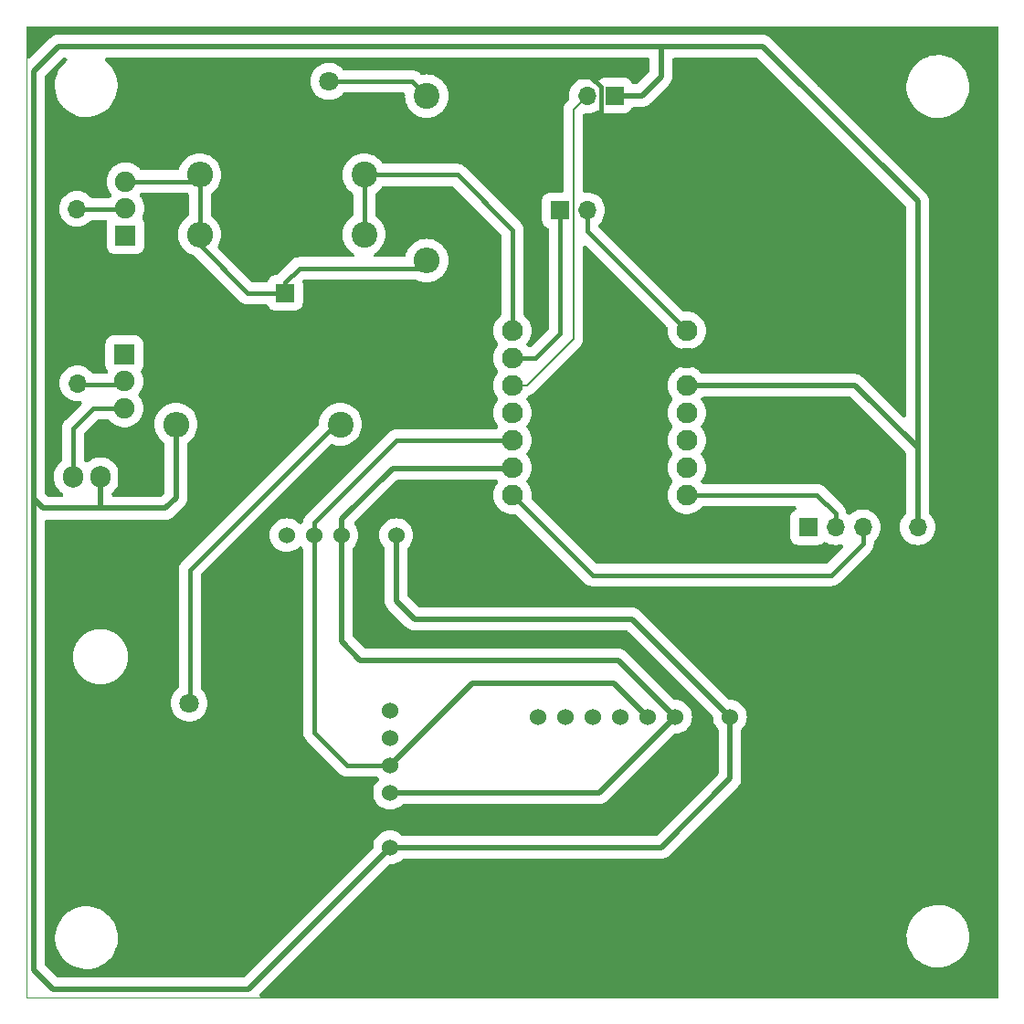
<source format=gbr>
%TF.GenerationSoftware,KiCad,Pcbnew,(7.0.0)*%
%TF.CreationDate,2023-11-26T16:52:19-05:00*%
%TF.ProjectId,santiago,73616e74-6961-4676-9f2e-6b696361645f,rev?*%
%TF.SameCoordinates,Original*%
%TF.FileFunction,Copper,L2,Bot*%
%TF.FilePolarity,Positive*%
%FSLAX46Y46*%
G04 Gerber Fmt 4.6, Leading zero omitted, Abs format (unit mm)*
G04 Created by KiCad (PCBNEW (7.0.0)) date 2023-11-26 16:52:19*
%MOMM*%
%LPD*%
G01*
G04 APERTURE LIST*
%TA.AperFunction,ComponentPad*%
%ADD10R,1.700000X1.700000*%
%TD*%
%TA.AperFunction,ComponentPad*%
%ADD11O,1.700000X1.700000*%
%TD*%
%TA.AperFunction,ComponentPad*%
%ADD12O,1.905000X2.000000*%
%TD*%
%TA.AperFunction,ComponentPad*%
%ADD13R,1.905000X2.000000*%
%TD*%
%TA.AperFunction,ComponentPad*%
%ADD14C,1.524000*%
%TD*%
%TA.AperFunction,ComponentPad*%
%ADD15C,1.930400*%
%TD*%
%TA.AperFunction,ComponentPad*%
%ADD16C,2.400000*%
%TD*%
%TA.AperFunction,ComponentPad*%
%ADD17O,2.400000X2.400000*%
%TD*%
%TA.AperFunction,ComponentPad*%
%ADD18R,1.800000X1.800000*%
%TD*%
%TA.AperFunction,ComponentPad*%
%ADD19C,1.800000*%
%TD*%
%TA.AperFunction,ComponentPad*%
%ADD20R,1.900000X1.900000*%
%TD*%
%TA.AperFunction,ComponentPad*%
%ADD21C,1.900000*%
%TD*%
%TA.AperFunction,Conductor*%
%ADD22C,0.200000*%
%TD*%
%TA.AperFunction,Conductor*%
%ADD23C,0.440000*%
%TD*%
%TA.AperFunction,Conductor*%
%ADD24C,0.500000*%
%TD*%
%TA.AperFunction,Profile*%
%ADD25C,0.100000*%
%TD*%
G04 APERTURE END LIST*
D10*
%TO.P,S3,1,Pin_1*%
%TO.N,A1*%
X121934999Y-54330999D03*
D11*
%TO.P,S3,2,Pin_2*%
%TO.N,+5V*%
X124474999Y-54330999D03*
%TO.P,S3,3,Pin_3*%
%TO.N,Earth*%
X127014999Y-54330999D03*
%TD*%
D12*
%TO.P,U1,3,VI*%
%TO.N,Net-(SW2-C)*%
X76819999Y-79039999D03*
%TO.P,U1,2,VO*%
%TO.N,+3.3V*%
X79359999Y-79039999D03*
D13*
%TO.P,U1,1,GND*%
%TO.N,Earth*%
X81899999Y-79039999D03*
%TD*%
D14*
%TO.P,Gy-271,1,Pin_1*%
%TO.N,+3.3V*%
X106770000Y-84440000D03*
%TO.P,Gy-271,2,Pin_2*%
%TO.N,Earth*%
X104230000Y-84440000D03*
%TO.P,Gy-271,3,Pin_3*%
%TO.N,SCL*%
X101690000Y-84440000D03*
%TO.P,Gy-271,4,Pin_4*%
%TO.N,SDA*%
X99150000Y-84440000D03*
%TO.P,Gy-271,5,Pin_5*%
%TO.N,unconnected-(Gy-271-Pin_5-Pad5)*%
X96610000Y-84440000D03*
%TD*%
D15*
%TO.P,U2,1,PA02_A0_D0*%
%TO.N,A0*%
X117540000Y-65480000D03*
%TO.P,U2,2,PA4_A1_D1*%
%TO.N,A1*%
X117540000Y-68020000D03*
%TO.P,U2,3,PA10_A2_D2*%
%TO.N,A2*%
X117540000Y-70560000D03*
%TO.P,U2,4,PA11_A3_D3*%
%TO.N,A3*%
X117540000Y-73100000D03*
%TO.P,U2,5,PA8_A4_D4_SDA*%
%TO.N,SDA*%
X117540000Y-75640000D03*
%TO.P,U2,6,PA9_A5_D5_SCL*%
%TO.N,SCL*%
X117540000Y-78180000D03*
%TO.P,U2,7,PB08_A6_D6_TX*%
%TO.N,TX*%
X117540000Y-80720000D03*
%TO.P,U2,8,PB09_A7_D7_RX*%
%TO.N,RX*%
X133704560Y-80720000D03*
%TO.P,U2,9,PA7_A8_D8_SCK*%
%TO.N,A8*%
X133704560Y-78180000D03*
%TO.P,U2,10,PA5_A9_D9_MISO*%
%TO.N,unconnected-(U2-PA5_A9_D9_MISO-Pad10)*%
X133704560Y-75640000D03*
%TO.P,U2,11,PA6_A10_D10_MOSI*%
%TO.N,unconnected-(U2-PA6_A10_D10_MOSI-Pad11)*%
X133704560Y-73100000D03*
%TO.P,U2,12,3V3*%
%TO.N,+3.3V*%
X133704560Y-70560000D03*
%TO.P,U2,13,GND*%
%TO.N,Earth*%
X133704560Y-68020000D03*
%TO.P,U2,14,5V*%
%TO.N,+5V*%
X133704560Y-65480000D03*
%TD*%
D16*
%TO.P,R4,1*%
%TO.N,Net-(D2-A)*%
X101600000Y-74168000D03*
D17*
%TO.P,R4,2*%
%TO.N,+3.3V*%
X86359999Y-74167999D03*
%TD*%
D16*
%TO.P,R3,1*%
%TO.N,Net-(D1-A)*%
X109596880Y-43742820D03*
D17*
%TO.P,R3,2*%
%TO.N,Net-(J4-Pin_1)*%
X109596879Y-58982819D03*
%TD*%
D18*
%TO.P,D2,1,K*%
%TO.N,Earth*%
X87579999Y-102554999D03*
D19*
%TO.P,D2,2,A*%
%TO.N,Net-(D2-A)*%
X87580000Y-100015000D03*
%TD*%
D18*
%TO.P,D1,1,K*%
%TO.N,Earth*%
X97994999Y-42379999D03*
D19*
%TO.P,D1,2,A*%
%TO.N,Net-(D1-A)*%
X100535000Y-42380000D03*
%TD*%
D10*
%TO.P,S1,1,Pin_1*%
%TO.N,+3.3V*%
X126999999Y-43687999D03*
D11*
%TO.P,S1,2,Pin_2*%
%TO.N,A2*%
X124459999Y-43687999D03*
%TO.P,S1,3,Pin_3*%
%TO.N,Earth*%
X121919999Y-43687999D03*
%TD*%
D20*
%TO.P,SW2,1,A*%
%TO.N,unconnected-(SW2-A-Pad1)*%
X81569999Y-67679999D03*
D21*
%TO.P,SW2,2,B*%
%TO.N,Net-(J5-Pin_2)*%
X81570000Y-70180000D03*
%TO.P,SW2,3,C*%
%TO.N,Net-(SW2-C)*%
X81570000Y-72680000D03*
%TD*%
D20*
%TO.P,SW1,1,A*%
%TO.N,unconnected-(SW1-A-Pad1)*%
X81689999Y-56649999D03*
D21*
%TO.P,SW1,2,B*%
%TO.N,Net-(J1-Pin_2)*%
X81690000Y-54150000D03*
%TO.P,SW1,3,C*%
%TO.N,Net-(J4-Pin_1)*%
X81690000Y-51650000D03*
%TD*%
D16*
%TO.P,R2,1*%
%TO.N,A0*%
X103790000Y-56570000D03*
D17*
%TO.P,R2,2*%
%TO.N,Net-(J4-Pin_1)*%
X88549999Y-56569999D03*
%TD*%
D16*
%TO.P,R1,1*%
%TO.N,A0*%
X103800000Y-51050000D03*
D17*
%TO.P,R1,2*%
%TO.N,Net-(J4-Pin_1)*%
X88559999Y-51049999D03*
%TD*%
D14*
%TO.P,MPU6050,1,Pin_1*%
%TO.N,+3.3V*%
X137700000Y-101270000D03*
%TO.P,MPU6050,2,Pin_2*%
%TO.N,Earth*%
X135160000Y-101270000D03*
%TO.P,MPU6050,3,Pin_3*%
%TO.N,SCL*%
X132620000Y-101270000D03*
%TO.P,MPU6050,4,Pin_4*%
%TO.N,SDA*%
X130080000Y-101270000D03*
%TO.P,MPU6050,5,Pin_5*%
%TO.N,unconnected-(MPU6050-Pin_5-Pad5)*%
X127540000Y-101270000D03*
%TO.P,MPU6050,6,Pin_6*%
%TO.N,unconnected-(MPU6050-Pin_6-Pad6)*%
X125000000Y-101270000D03*
%TO.P,MPU6050,7,Pin_7*%
%TO.N,AD0*%
X122460000Y-101270000D03*
%TO.P,MPU6050,8,Pin_8*%
%TO.N,unconnected-(MPU6050-Pin_8-Pad8)*%
X119920000Y-101270000D03*
%TD*%
D10*
%TO.P,J5,1,Pin_1*%
%TO.N,Earth*%
X77215999Y-67817999D03*
D11*
%TO.P,J5,2,Pin_2*%
%TO.N,Net-(J5-Pin_2)*%
X77215999Y-70357999D03*
%TD*%
D10*
%TO.P,J4,1,Pin_1*%
%TO.N,Net-(J4-Pin_1)*%
X96469999Y-61999999D03*
D11*
%TO.P,J4,2,Pin_2*%
%TO.N,Earth*%
X99009999Y-61999999D03*
%TD*%
D10*
%TO.P,J3,1,Pin_1*%
%TO.N,unconnected-(J3-Pin_1-Pad1)*%
X144939999Y-83699999D03*
D11*
%TO.P,J3,2,Pin_2*%
%TO.N,RX*%
X147479999Y-83699999D03*
%TO.P,J3,3,Pin_3*%
%TO.N,TX*%
X150019999Y-83699999D03*
%TO.P,J3,4,Pin_4*%
%TO.N,Earth*%
X152559999Y-83699999D03*
%TO.P,J3,5,Pin_5*%
%TO.N,+3.3V*%
X155099999Y-83699999D03*
%TD*%
D10*
%TO.P,J1,1,Pin_1*%
%TO.N,Earth*%
X77190999Y-56739999D03*
D11*
%TO.P,J1,2,Pin_2*%
%TO.N,Net-(J1-Pin_2)*%
X77190999Y-54199999D03*
%TD*%
D14*
%TO.P,BMP280,1,Pin_1*%
%TO.N,+3.3V*%
X106203000Y-113387000D03*
%TO.P,BMP280,2,Pin_2*%
%TO.N,Earth*%
X106203000Y-110847000D03*
%TO.P,BMP280,3,Pin_3*%
%TO.N,SCL*%
X106203000Y-108307000D03*
%TO.P,BMP280,4,Pin_4*%
%TO.N,SDA*%
X106203000Y-105767000D03*
%TO.P,BMP280,5,Pin_5*%
%TO.N,unconnected-(BMP280-Pin_5-Pad5)*%
X106203000Y-103227000D03*
%TO.P,BMP280,6,Pin_6*%
%TO.N,unconnected-(BMP280-Pin_6-Pad6)*%
X106203000Y-100687000D03*
%TD*%
D22*
%TO.N,A2*%
X123190000Y-44958000D02*
X124460000Y-43688000D01*
X123190000Y-66274998D02*
X123190000Y-44958000D01*
X118904998Y-70560000D02*
X123190000Y-66274998D01*
X117540000Y-70560000D02*
X118904998Y-70560000D01*
D23*
%TO.N,A1*%
X121935000Y-65771000D02*
X121935000Y-54331000D01*
X119686000Y-68020000D02*
X117540000Y-68020000D01*
X121935000Y-65771000D02*
X119686000Y-68020000D01*
%TO.N,+5V*%
X124475000Y-56250440D02*
X124475000Y-54331000D01*
X133704560Y-65480000D02*
X124475000Y-56250440D01*
%TO.N,Earth*%
X127015000Y-47005000D02*
X127015000Y-54331000D01*
X124723026Y-41910000D02*
X125730000Y-42916974D01*
X122428000Y-41910000D02*
X124723026Y-41910000D01*
X125730000Y-45720000D02*
X127015000Y-47005000D01*
X121920000Y-42418000D02*
X122428000Y-41910000D01*
X121920000Y-43688000D02*
X121920000Y-42418000D01*
X125730000Y-42916974D02*
X125730000Y-45720000D01*
D24*
%TO.N,+3.3V*%
X106770000Y-90514000D02*
X106770000Y-84440000D01*
X108458000Y-92202000D02*
X106770000Y-90514000D01*
X128632000Y-92202000D02*
X108458000Y-92202000D01*
X137700000Y-101270000D02*
X128632000Y-92202000D01*
D23*
%TO.N,Net-(J4-Pin_1)*%
X92988000Y-62000000D02*
X96470000Y-62000000D01*
X88550000Y-57562000D02*
X92988000Y-62000000D01*
X88550000Y-56570000D02*
X88550000Y-57562000D01*
X96470000Y-61010000D02*
X96470000Y-62000000D01*
X108889700Y-59690000D02*
X97790000Y-59690000D01*
X109596880Y-58982820D02*
X108889700Y-59690000D01*
X97790000Y-59690000D02*
X96470000Y-61010000D01*
%TO.N,TX*%
X150020000Y-85184000D02*
X150020000Y-83700000D01*
X124958000Y-88138000D02*
X147066000Y-88138000D01*
X117540000Y-80720000D02*
X124958000Y-88138000D01*
X147066000Y-88138000D02*
X150020000Y-85184000D01*
D24*
%TO.N,+3.3V*%
X131318000Y-41910000D02*
X131318000Y-39116000D01*
X140716000Y-39116000D02*
X131318000Y-39116000D01*
X129540000Y-43688000D02*
X131318000Y-41910000D01*
X131318000Y-39116000D02*
X75438000Y-39116000D01*
X127000000Y-43688000D02*
X129540000Y-43688000D01*
X93098000Y-126492000D02*
X106203000Y-113387000D01*
X74930000Y-126492000D02*
X93098000Y-126492000D01*
X73152000Y-80010000D02*
X73152000Y-124714000D01*
X73152000Y-124714000D02*
X74930000Y-126492000D01*
X73152000Y-41402000D02*
X73152000Y-80010000D01*
X155100000Y-83700000D02*
X155100000Y-53500000D01*
X155100000Y-53500000D02*
X140716000Y-39116000D01*
X75438000Y-39116000D02*
X73152000Y-41402000D01*
X149300000Y-70560000D02*
X133704560Y-70560000D01*
X155100000Y-76360000D02*
X149300000Y-70560000D01*
X155100000Y-83700000D02*
X155100000Y-76360000D01*
X79360000Y-81798000D02*
X79502000Y-81940000D01*
X79360000Y-79040000D02*
X79360000Y-81798000D01*
X79502000Y-81940000D02*
X80010000Y-81940000D01*
X74066000Y-81940000D02*
X80010000Y-81940000D01*
X73152000Y-81026000D02*
X74066000Y-81940000D01*
X73152000Y-80010000D02*
X73152000Y-81026000D01*
D23*
%TO.N,Net-(SW2-C)*%
X76820000Y-74540000D02*
X76820000Y-79040000D01*
X78680000Y-72680000D02*
X76820000Y-74540000D01*
X81570000Y-72680000D02*
X78680000Y-72680000D01*
D24*
%TO.N,+3.3V*%
X80010000Y-81940000D02*
X85410000Y-81940000D01*
D23*
%TO.N,Net-(D2-A)*%
X87630000Y-87630000D02*
X87630000Y-94900000D01*
X101092000Y-74168000D02*
X87630000Y-87630000D01*
X101600000Y-74168000D02*
X101092000Y-74168000D01*
%TO.N,SDA*%
X99150000Y-102706000D02*
X99150000Y-84440000D01*
X106203000Y-105767000D02*
X102211000Y-105767000D01*
X102211000Y-105767000D02*
X99150000Y-102706000D01*
D24*
%TO.N,SCL*%
X101690000Y-94260000D02*
X101690000Y-84440000D01*
X127362000Y-96012000D02*
X103442000Y-96012000D01*
X103442000Y-96012000D02*
X101690000Y-94260000D01*
X132620000Y-101270000D02*
X127362000Y-96012000D01*
D23*
%TO.N,Net-(D2-A)*%
X87630000Y-99965000D02*
X87580000Y-100015000D01*
X87630000Y-94802000D02*
X87630000Y-99965000D01*
%TO.N,Net-(J1-Pin_2)*%
X81640000Y-54200000D02*
X81690000Y-54150000D01*
X77191000Y-54200000D02*
X81640000Y-54200000D01*
D24*
%TO.N,+3.3V*%
X86360000Y-80990000D02*
X86360000Y-74168000D01*
X85410000Y-81940000D02*
X86360000Y-80990000D01*
%TO.N,SCL*%
X117488000Y-78232000D02*
X117540000Y-78180000D01*
X101690000Y-82970000D02*
X106428000Y-78232000D01*
X106428000Y-78232000D02*
X117488000Y-78232000D01*
X101690000Y-84440000D02*
X101690000Y-82970000D01*
D23*
%TO.N,RX*%
X145744000Y-80720000D02*
X147480000Y-82456000D01*
X133704560Y-80720000D02*
X145744000Y-80720000D01*
X147480000Y-82456000D02*
X147480000Y-83700000D01*
D24*
%TO.N,SCL*%
X125583000Y-108307000D02*
X132620000Y-101270000D01*
X106203000Y-108307000D02*
X125583000Y-108307000D01*
D23*
%TO.N,SDA*%
X99150000Y-83310000D02*
X99150000Y-84440000D01*
X106820000Y-75640000D02*
X99150000Y-83310000D01*
X117540000Y-75640000D02*
X106820000Y-75640000D01*
D24*
%TO.N,+3.3V*%
X137700000Y-107010000D02*
X137700000Y-101270000D01*
X131323000Y-113387000D02*
X137700000Y-107010000D01*
X106203000Y-113387000D02*
X131323000Y-113387000D01*
%TO.N,SDA*%
X113800000Y-98170000D02*
X106203000Y-105767000D01*
X130080000Y-101270000D02*
X126980000Y-98170000D01*
X126980000Y-98170000D02*
X113800000Y-98170000D01*
D23*
%TO.N,Net-(J5-Pin_2)*%
X81250000Y-70500000D02*
X81570000Y-70180000D01*
X76640000Y-70500000D02*
X81250000Y-70500000D01*
%TO.N,A0*%
X117540000Y-56160000D02*
X117540000Y-65480000D01*
X112430000Y-51050000D02*
X117540000Y-56160000D01*
X103800000Y-51050000D02*
X112430000Y-51050000D01*
%TO.N,Net-(D1-A)*%
X108234060Y-42380000D02*
X109596880Y-43742820D01*
X100535000Y-42380000D02*
X108234060Y-42380000D01*
%TO.N,A0*%
X103800000Y-56560000D02*
X103790000Y-56570000D01*
X103800000Y-51050000D02*
X103800000Y-56560000D01*
%TO.N,Net-(J4-Pin_1)*%
X88560000Y-56560000D02*
X88550000Y-56570000D01*
X88560000Y-51050000D02*
X88560000Y-56560000D01*
X87960000Y-51650000D02*
X88560000Y-51050000D01*
X81690000Y-51650000D02*
X87960000Y-51650000D01*
%TD*%
%TA.AperFunction,Conductor*%
%TO.N,Earth*%
G36*
X162406654Y-37285648D02*
G01*
X162471214Y-37328786D01*
X162514352Y-37393346D01*
X162529500Y-37469500D01*
X162529500Y-127070500D01*
X162514352Y-127146654D01*
X162471214Y-127211214D01*
X162406654Y-127254352D01*
X162330500Y-127269500D01*
X94286558Y-127269500D01*
X94210404Y-127254352D01*
X94145844Y-127211214D01*
X94102706Y-127146654D01*
X94087558Y-127070500D01*
X94102706Y-126994346D01*
X94145844Y-126929786D01*
X99541733Y-121533897D01*
X154075673Y-121533897D01*
X154085875Y-121878006D01*
X154086744Y-121883832D01*
X154086746Y-121883846D01*
X154111401Y-122049002D01*
X154136703Y-122218492D01*
X154138256Y-122224178D01*
X154138258Y-122224184D01*
X154225888Y-122544878D01*
X154225891Y-122544889D01*
X154227446Y-122550577D01*
X154229663Y-122556045D01*
X154229665Y-122556049D01*
X154354608Y-122864127D01*
X154354613Y-122864138D01*
X154356828Y-122869599D01*
X154359676Y-122874766D01*
X154359678Y-122874769D01*
X154520186Y-123165914D01*
X154520190Y-123165920D01*
X154523034Y-123171079D01*
X154723730Y-123450785D01*
X154956099Y-123704791D01*
X154960570Y-123708644D01*
X154960573Y-123708647D01*
X155086197Y-123816909D01*
X155216880Y-123929531D01*
X155221778Y-123932830D01*
X155497513Y-124118553D01*
X155497517Y-124118555D01*
X155502410Y-124121851D01*
X155808683Y-124279050D01*
X156131399Y-124398922D01*
X156466027Y-124479783D01*
X156807870Y-124520500D01*
X157063040Y-124520500D01*
X157065990Y-124520500D01*
X157323655Y-124505209D01*
X157662486Y-124444313D01*
X157991736Y-124343769D01*
X158306783Y-124204990D01*
X158603206Y-124029924D01*
X158876842Y-123821027D01*
X159123851Y-123581233D01*
X159340764Y-123313907D01*
X159524538Y-123022802D01*
X159672592Y-122712006D01*
X159782848Y-122385880D01*
X159853758Y-122049002D01*
X159884327Y-121706103D01*
X159874125Y-121361994D01*
X159823297Y-121021508D01*
X159732554Y-120689423D01*
X159603172Y-120370401D01*
X159436966Y-120068921D01*
X159236270Y-119789215D01*
X159003901Y-119535209D01*
X158999430Y-119531356D01*
X158999426Y-119531352D01*
X158747592Y-119314323D01*
X158743120Y-119310469D01*
X158655491Y-119251446D01*
X158462486Y-119121446D01*
X158462477Y-119121440D01*
X158457590Y-119118149D01*
X158452347Y-119115457D01*
X158452342Y-119115455D01*
X158156566Y-118963644D01*
X158156564Y-118963643D01*
X158151317Y-118960950D01*
X158145784Y-118958894D01*
X158145780Y-118958893D01*
X157834140Y-118843135D01*
X157834133Y-118843132D01*
X157828601Y-118841078D01*
X157822874Y-118839694D01*
X157822864Y-118839691D01*
X157499709Y-118761603D01*
X157499707Y-118761602D01*
X157493973Y-118760217D01*
X157488114Y-118759519D01*
X157488108Y-118759518D01*
X157157984Y-118720197D01*
X157157979Y-118720196D01*
X157152130Y-118719500D01*
X156894010Y-118719500D01*
X156891082Y-118719673D01*
X156891073Y-118719674D01*
X156642230Y-118734441D01*
X156642217Y-118734442D01*
X156636345Y-118734791D01*
X156630548Y-118735832D01*
X156630538Y-118735834D01*
X156303316Y-118794644D01*
X156303312Y-118794644D01*
X156297514Y-118795687D01*
X156291894Y-118797402D01*
X156291878Y-118797407D01*
X155973903Y-118894508D01*
X155973887Y-118894513D01*
X155968264Y-118896231D01*
X155962878Y-118898603D01*
X155962866Y-118898608D01*
X155658615Y-119032631D01*
X155658598Y-119032639D01*
X155653217Y-119035010D01*
X155648140Y-119038008D01*
X155648135Y-119038011D01*
X155361881Y-119207071D01*
X155361873Y-119207076D01*
X155356794Y-119210076D01*
X155352105Y-119213655D01*
X155352097Y-119213661D01*
X155087855Y-119415387D01*
X155083158Y-119418973D01*
X155078926Y-119423081D01*
X155078916Y-119423090D01*
X154840386Y-119654652D01*
X154840371Y-119654667D01*
X154836149Y-119658767D01*
X154832431Y-119663348D01*
X154832431Y-119663349D01*
X154624817Y-119919215D01*
X154619236Y-119926093D01*
X154616096Y-119931066D01*
X154616088Y-119931078D01*
X154438606Y-120212216D01*
X154438598Y-120212230D01*
X154435462Y-120217198D01*
X154432932Y-120222508D01*
X154432927Y-120222518D01*
X154300552Y-120500401D01*
X154287408Y-120527994D01*
X154285523Y-120533569D01*
X154285522Y-120533572D01*
X154179039Y-120848536D01*
X154179035Y-120848548D01*
X154177152Y-120854120D01*
X154175940Y-120859876D01*
X154175938Y-120859885D01*
X154107455Y-121185230D01*
X154107452Y-121185248D01*
X154106242Y-121190998D01*
X154105719Y-121196858D01*
X154105718Y-121196869D01*
X154076197Y-121528015D01*
X154075673Y-121533897D01*
X99541733Y-121533897D01*
X106063625Y-115012005D01*
X106128185Y-114968867D01*
X106201751Y-114954233D01*
X106203000Y-114954332D01*
X106448185Y-114935036D01*
X106687332Y-114877621D01*
X106914554Y-114783503D01*
X107124255Y-114654998D01*
X107311271Y-114495271D01*
X107312083Y-114494319D01*
X107374449Y-114452648D01*
X107450603Y-114437500D01*
X131261613Y-114437500D01*
X131281118Y-114438457D01*
X131323000Y-114442583D01*
X131528934Y-114422300D01*
X131726955Y-114362232D01*
X131909450Y-114264685D01*
X132029323Y-114166308D01*
X132069410Y-114133410D01*
X132096121Y-114100861D01*
X132109215Y-114086414D01*
X138399414Y-107796215D01*
X138413861Y-107783121D01*
X138446410Y-107756410D01*
X138577685Y-107596450D01*
X138675232Y-107413954D01*
X138735300Y-107215934D01*
X138750500Y-107061608D01*
X138755583Y-107010000D01*
X138751457Y-106968118D01*
X138750500Y-106948613D01*
X138750500Y-102517603D01*
X138765648Y-102441449D01*
X138807319Y-102379083D01*
X138808271Y-102378271D01*
X138967998Y-102191255D01*
X139096503Y-101981554D01*
X139190621Y-101754332D01*
X139248036Y-101515185D01*
X139267332Y-101270000D01*
X139248036Y-101024815D01*
X139190621Y-100785668D01*
X139096503Y-100558446D01*
X138967998Y-100348745D01*
X138808271Y-100161729D01*
X138621255Y-100002002D01*
X138614590Y-99997917D01*
X138614585Y-99997914D01*
X138418225Y-99877585D01*
X138411554Y-99873497D01*
X138404332Y-99870505D01*
X138404327Y-99870503D01*
X138191557Y-99782371D01*
X138191549Y-99782368D01*
X138184332Y-99779379D01*
X138176729Y-99777553D01*
X138176724Y-99777552D01*
X137952789Y-99723789D01*
X137952781Y-99723787D01*
X137945185Y-99721964D01*
X137937402Y-99721351D01*
X137937393Y-99721350D01*
X137707789Y-99703281D01*
X137700000Y-99702668D01*
X137698751Y-99702766D01*
X137625186Y-99688133D01*
X137560626Y-99644995D01*
X129418224Y-91502593D01*
X129405108Y-91488122D01*
X129384610Y-91463145D01*
X129378410Y-91455590D01*
X129370853Y-91449388D01*
X129226009Y-91330518D01*
X129226005Y-91330515D01*
X129218450Y-91324315D01*
X129148842Y-91287108D01*
X129044577Y-91231376D01*
X129044571Y-91231373D01*
X129035955Y-91226768D01*
X128837934Y-91166700D01*
X128828208Y-91165742D01*
X128828203Y-91165741D01*
X128641727Y-91147375D01*
X128632000Y-91146417D01*
X128622273Y-91147375D01*
X128590119Y-91150542D01*
X128570613Y-91151500D01*
X108975560Y-91151500D01*
X108899406Y-91136352D01*
X108834846Y-91093214D01*
X107878786Y-90137155D01*
X107835648Y-90072595D01*
X107820500Y-89996441D01*
X107820500Y-85687603D01*
X107835648Y-85611449D01*
X107877319Y-85549083D01*
X107878271Y-85548271D01*
X108037998Y-85361255D01*
X108166503Y-85151554D01*
X108260621Y-84924332D01*
X108318036Y-84685185D01*
X108337332Y-84440000D01*
X108318036Y-84194815D01*
X108260621Y-83955668D01*
X108166503Y-83728446D01*
X108037998Y-83518745D01*
X107878271Y-83331729D01*
X107691255Y-83172002D01*
X107684590Y-83167917D01*
X107684585Y-83167914D01*
X107488225Y-83047585D01*
X107481554Y-83043497D01*
X107474332Y-83040505D01*
X107474327Y-83040503D01*
X107261557Y-82952371D01*
X107261549Y-82952368D01*
X107254332Y-82949379D01*
X107246729Y-82947553D01*
X107246724Y-82947552D01*
X107022789Y-82893789D01*
X107022781Y-82893787D01*
X107015185Y-82891964D01*
X107007402Y-82891351D01*
X107007393Y-82891350D01*
X106777789Y-82873281D01*
X106770000Y-82872668D01*
X106762211Y-82873281D01*
X106532606Y-82891350D01*
X106532595Y-82891351D01*
X106524815Y-82891964D01*
X106517220Y-82893787D01*
X106517210Y-82893789D01*
X106293275Y-82947552D01*
X106293266Y-82947554D01*
X106285668Y-82949379D01*
X106278454Y-82952367D01*
X106278442Y-82952371D01*
X106065672Y-83040503D01*
X106065662Y-83040507D01*
X106058446Y-83043497D01*
X106051779Y-83047581D01*
X106051774Y-83047585D01*
X105855414Y-83167914D01*
X105855403Y-83167921D01*
X105848745Y-83172002D01*
X105842801Y-83177077D01*
X105842799Y-83177080D01*
X105667670Y-83326654D01*
X105667663Y-83326660D01*
X105661729Y-83331729D01*
X105656660Y-83337663D01*
X105656654Y-83337670D01*
X105517451Y-83500656D01*
X105502002Y-83518745D01*
X105497921Y-83525403D01*
X105497914Y-83525414D01*
X105377585Y-83721774D01*
X105377581Y-83721779D01*
X105373497Y-83728446D01*
X105370507Y-83735662D01*
X105370503Y-83735672D01*
X105282371Y-83948442D01*
X105282367Y-83948454D01*
X105279379Y-83955668D01*
X105277554Y-83963266D01*
X105277552Y-83963275D01*
X105223789Y-84187210D01*
X105223787Y-84187220D01*
X105221964Y-84194815D01*
X105221351Y-84202595D01*
X105221350Y-84202606D01*
X105203440Y-84430179D01*
X105202668Y-84440000D01*
X105203281Y-84447789D01*
X105221350Y-84677393D01*
X105221351Y-84677402D01*
X105221964Y-84685185D01*
X105223787Y-84692781D01*
X105223789Y-84692789D01*
X105277552Y-84916724D01*
X105279379Y-84924332D01*
X105282368Y-84931549D01*
X105282371Y-84931557D01*
X105370503Y-85144327D01*
X105373497Y-85151554D01*
X105377585Y-85158225D01*
X105497914Y-85354585D01*
X105497917Y-85354590D01*
X105502002Y-85361255D01*
X105661729Y-85548271D01*
X105662680Y-85549083D01*
X105704352Y-85611449D01*
X105719500Y-85687603D01*
X105719500Y-90452613D01*
X105718542Y-90472118D01*
X105714417Y-90514000D01*
X105715375Y-90523727D01*
X105733741Y-90710203D01*
X105733742Y-90710208D01*
X105734700Y-90719934D01*
X105794768Y-90917955D01*
X105799373Y-90926571D01*
X105799376Y-90926577D01*
X105870036Y-91058769D01*
X105892315Y-91100450D01*
X105898515Y-91108005D01*
X105898518Y-91108009D01*
X106017388Y-91252853D01*
X106023590Y-91260410D01*
X106031145Y-91266610D01*
X106056122Y-91287108D01*
X106070593Y-91300224D01*
X107671780Y-92901412D01*
X107684895Y-92915882D01*
X107711590Y-92948410D01*
X107719145Y-92954610D01*
X107719147Y-92954612D01*
X107751673Y-92981305D01*
X107749846Y-92983530D01*
X107749849Y-92983533D01*
X107751676Y-92981308D01*
X107871549Y-93079685D01*
X107880169Y-93084292D01*
X107880170Y-93084293D01*
X107969095Y-93131824D01*
X107969097Y-93131825D01*
X108030428Y-93164608D01*
X108054046Y-93177232D01*
X108252066Y-93237300D01*
X108406392Y-93252500D01*
X108406394Y-93252500D01*
X108458000Y-93257583D01*
X108467726Y-93256625D01*
X108499879Y-93253458D01*
X108519386Y-93252500D01*
X128114441Y-93252500D01*
X128190595Y-93267648D01*
X128255155Y-93310786D01*
X136074995Y-101130626D01*
X136118133Y-101195186D01*
X136132766Y-101268751D01*
X136132668Y-101270000D01*
X136133281Y-101277789D01*
X136151350Y-101507393D01*
X136151351Y-101507402D01*
X136151964Y-101515185D01*
X136153787Y-101522781D01*
X136153789Y-101522789D01*
X136200056Y-101715500D01*
X136209379Y-101754332D01*
X136212368Y-101761549D01*
X136212371Y-101761557D01*
X136300503Y-101974327D01*
X136303497Y-101981554D01*
X136307585Y-101988225D01*
X136427914Y-102184585D01*
X136427917Y-102184590D01*
X136432002Y-102191255D01*
X136591729Y-102378271D01*
X136592680Y-102379083D01*
X136634352Y-102441449D01*
X136649500Y-102517603D01*
X136649500Y-106492441D01*
X136634352Y-106568595D01*
X136591214Y-106633155D01*
X130946155Y-112278214D01*
X130881595Y-112321352D01*
X130805441Y-112336500D01*
X107450603Y-112336500D01*
X107374449Y-112321352D01*
X107312083Y-112279680D01*
X107311271Y-112278729D01*
X107124255Y-112119002D01*
X107117590Y-112114917D01*
X107117585Y-112114914D01*
X106921225Y-111994585D01*
X106914554Y-111990497D01*
X106907332Y-111987505D01*
X106907327Y-111987503D01*
X106694557Y-111899371D01*
X106694549Y-111899368D01*
X106687332Y-111896379D01*
X106679729Y-111894553D01*
X106679724Y-111894552D01*
X106455789Y-111840789D01*
X106455781Y-111840787D01*
X106448185Y-111838964D01*
X106440402Y-111838351D01*
X106440393Y-111838350D01*
X106210789Y-111820281D01*
X106203000Y-111819668D01*
X106195211Y-111820281D01*
X105965606Y-111838350D01*
X105965595Y-111838351D01*
X105957815Y-111838964D01*
X105950220Y-111840787D01*
X105950210Y-111840789D01*
X105726275Y-111894552D01*
X105726266Y-111894554D01*
X105718668Y-111896379D01*
X105711454Y-111899367D01*
X105711442Y-111899371D01*
X105498672Y-111987503D01*
X105498662Y-111987507D01*
X105491446Y-111990497D01*
X105484779Y-111994581D01*
X105484774Y-111994585D01*
X105288414Y-112114914D01*
X105288403Y-112114921D01*
X105281745Y-112119002D01*
X105275801Y-112124077D01*
X105275799Y-112124080D01*
X105100670Y-112273654D01*
X105100663Y-112273660D01*
X105094729Y-112278729D01*
X105089660Y-112284663D01*
X105089654Y-112284670D01*
X104940080Y-112459799D01*
X104935002Y-112465745D01*
X104930921Y-112472403D01*
X104930914Y-112472414D01*
X104810585Y-112668774D01*
X104810581Y-112668779D01*
X104806497Y-112675446D01*
X104803507Y-112682662D01*
X104803503Y-112682672D01*
X104715371Y-112895442D01*
X104715367Y-112895454D01*
X104712379Y-112902668D01*
X104710554Y-112910266D01*
X104710552Y-112910275D01*
X104656789Y-113134210D01*
X104656787Y-113134220D01*
X104654964Y-113141815D01*
X104654351Y-113149595D01*
X104654350Y-113149606D01*
X104636440Y-113377179D01*
X104635668Y-113387000D01*
X104635766Y-113388247D01*
X104621133Y-113461813D01*
X104577995Y-113526373D01*
X92721155Y-125383214D01*
X92656595Y-125426352D01*
X92580441Y-125441500D01*
X75447559Y-125441500D01*
X75371405Y-125426352D01*
X75306845Y-125383214D01*
X74260786Y-124337155D01*
X74217648Y-124272595D01*
X74202500Y-124196441D01*
X74202500Y-121663897D01*
X75155673Y-121663897D01*
X75165875Y-122008006D01*
X75166744Y-122013832D01*
X75166746Y-122013846D01*
X75198146Y-122224184D01*
X75216703Y-122348492D01*
X75218256Y-122354178D01*
X75218258Y-122354184D01*
X75305888Y-122674878D01*
X75305891Y-122674889D01*
X75307446Y-122680577D01*
X75309663Y-122686045D01*
X75309665Y-122686049D01*
X75434608Y-122994127D01*
X75434613Y-122994138D01*
X75436828Y-122999599D01*
X75439676Y-123004766D01*
X75439678Y-123004769D01*
X75600186Y-123295914D01*
X75600190Y-123295920D01*
X75603034Y-123301079D01*
X75803730Y-123580785D01*
X76036099Y-123834791D01*
X76296880Y-124059531D01*
X76301778Y-124062830D01*
X76577513Y-124248553D01*
X76577517Y-124248555D01*
X76582410Y-124251851D01*
X76888683Y-124409050D01*
X77211399Y-124528922D01*
X77546027Y-124609783D01*
X77887870Y-124650500D01*
X78143040Y-124650500D01*
X78145990Y-124650500D01*
X78403655Y-124635209D01*
X78742486Y-124574313D01*
X79071736Y-124473769D01*
X79386783Y-124334990D01*
X79683206Y-124159924D01*
X79956842Y-123951027D01*
X80203851Y-123711233D01*
X80420764Y-123443907D01*
X80604538Y-123152802D01*
X80752592Y-122842006D01*
X80862848Y-122515880D01*
X80933758Y-122179002D01*
X80964327Y-121836103D01*
X80954125Y-121491994D01*
X80903297Y-121151508D01*
X80812554Y-120819423D01*
X80683172Y-120500401D01*
X80516966Y-120198921D01*
X80316270Y-119919215D01*
X80083901Y-119665209D01*
X80079430Y-119661356D01*
X80079426Y-119661352D01*
X79827592Y-119444323D01*
X79823120Y-119440469D01*
X79818221Y-119437169D01*
X79542486Y-119251446D01*
X79542477Y-119251440D01*
X79537590Y-119248149D01*
X79532347Y-119245457D01*
X79532342Y-119245455D01*
X79236566Y-119093644D01*
X79236564Y-119093643D01*
X79231317Y-119090950D01*
X79225784Y-119088894D01*
X79225780Y-119088893D01*
X78914140Y-118973135D01*
X78914133Y-118973132D01*
X78908601Y-118971078D01*
X78902874Y-118969694D01*
X78902864Y-118969691D01*
X78579709Y-118891603D01*
X78579707Y-118891602D01*
X78573973Y-118890217D01*
X78568114Y-118889519D01*
X78568108Y-118889518D01*
X78237984Y-118850197D01*
X78237979Y-118850196D01*
X78232130Y-118849500D01*
X77974010Y-118849500D01*
X77971082Y-118849673D01*
X77971073Y-118849674D01*
X77722230Y-118864441D01*
X77722217Y-118864442D01*
X77716345Y-118864791D01*
X77710548Y-118865832D01*
X77710538Y-118865834D01*
X77383316Y-118924644D01*
X77383312Y-118924644D01*
X77377514Y-118925687D01*
X77371894Y-118927402D01*
X77371878Y-118927407D01*
X77053903Y-119024508D01*
X77053887Y-119024513D01*
X77048264Y-119026231D01*
X77042878Y-119028603D01*
X77042866Y-119028608D01*
X76738615Y-119162631D01*
X76738598Y-119162639D01*
X76733217Y-119165010D01*
X76728140Y-119168008D01*
X76728135Y-119168011D01*
X76441881Y-119337071D01*
X76441873Y-119337076D01*
X76436794Y-119340076D01*
X76432105Y-119343655D01*
X76432097Y-119343661D01*
X76175484Y-119539563D01*
X76163158Y-119548973D01*
X76158926Y-119553081D01*
X76158916Y-119553090D01*
X75920386Y-119784652D01*
X75920371Y-119784667D01*
X75916149Y-119788767D01*
X75912431Y-119793348D01*
X75912431Y-119793349D01*
X75806410Y-119924011D01*
X75699236Y-120056093D01*
X75696096Y-120061066D01*
X75696088Y-120061078D01*
X75518606Y-120342216D01*
X75518598Y-120342230D01*
X75515462Y-120347198D01*
X75512932Y-120352508D01*
X75512927Y-120352518D01*
X75369940Y-120652678D01*
X75367408Y-120657994D01*
X75365523Y-120663569D01*
X75365522Y-120663572D01*
X75259039Y-120978536D01*
X75259035Y-120978548D01*
X75257152Y-120984120D01*
X75255940Y-120989876D01*
X75255938Y-120989885D01*
X75187455Y-121315230D01*
X75187452Y-121315248D01*
X75186242Y-121320998D01*
X75185719Y-121326858D01*
X75185718Y-121326869D01*
X75156197Y-121658015D01*
X75155673Y-121663897D01*
X74202500Y-121663897D01*
X74202500Y-100015000D01*
X85874732Y-100015000D01*
X85875288Y-100022419D01*
X85890498Y-100225396D01*
X85893778Y-100269157D01*
X85895430Y-100276399D01*
X85895432Y-100276406D01*
X85931450Y-100434210D01*
X85950492Y-100517637D01*
X85969345Y-100565672D01*
X86040885Y-100747954D01*
X86040888Y-100747960D01*
X86043607Y-100754888D01*
X86047332Y-100761340D01*
X86047333Y-100761342D01*
X86167316Y-100969161D01*
X86167319Y-100969166D01*
X86171041Y-100975612D01*
X86175680Y-100981429D01*
X86175682Y-100981432D01*
X86325305Y-101169053D01*
X86325308Y-101169056D01*
X86329950Y-101174877D01*
X86335409Y-101179942D01*
X86511329Y-101343172D01*
X86511333Y-101343175D01*
X86516783Y-101348232D01*
X86727366Y-101491805D01*
X86865801Y-101558472D01*
X86950284Y-101599157D01*
X86950287Y-101599158D01*
X86956996Y-101602389D01*
X87200542Y-101677513D01*
X87452565Y-101715500D01*
X87699994Y-101715500D01*
X87707435Y-101715500D01*
X87959458Y-101677513D01*
X88203004Y-101602389D01*
X88432634Y-101491805D01*
X88643217Y-101348232D01*
X88830050Y-101174877D01*
X88988959Y-100975612D01*
X89116393Y-100754888D01*
X89209508Y-100517637D01*
X89266222Y-100269157D01*
X89285268Y-100015000D01*
X89266222Y-99760843D01*
X89209508Y-99512363D01*
X89116393Y-99275112D01*
X88988959Y-99054388D01*
X88830050Y-98855123D01*
X88824590Y-98850057D01*
X88824584Y-98850050D01*
X88714146Y-98747579D01*
X88667104Y-98681281D01*
X88650500Y-98601702D01*
X88650500Y-88135133D01*
X88665648Y-88058979D01*
X88708786Y-87994419D01*
X91668869Y-85034336D01*
X100635621Y-76067582D01*
X100697996Y-76025366D01*
X100771597Y-76009355D01*
X100845874Y-76021845D01*
X101034954Y-76092369D01*
X101314572Y-76153196D01*
X101600000Y-76173610D01*
X101885428Y-76153196D01*
X102165046Y-76092369D01*
X102433161Y-75992367D01*
X102684315Y-75855226D01*
X102913395Y-75683739D01*
X103115739Y-75481395D01*
X103287226Y-75252315D01*
X103424367Y-75001161D01*
X103524369Y-74733046D01*
X103585196Y-74453428D01*
X103605610Y-74168000D01*
X103585196Y-73882572D01*
X103524369Y-73602954D01*
X103432440Y-73356484D01*
X103426849Y-73341493D01*
X103426848Y-73341490D01*
X103424367Y-73334839D01*
X103287226Y-73083685D01*
X103115739Y-72854605D01*
X102913395Y-72652261D01*
X102824008Y-72585347D01*
X102690002Y-72485031D01*
X102689999Y-72485029D01*
X102684315Y-72480774D01*
X102678084Y-72477371D01*
X102678080Y-72477369D01*
X102439395Y-72347037D01*
X102439394Y-72347036D01*
X102433161Y-72343633D01*
X102426515Y-72341154D01*
X102426506Y-72341150D01*
X102171701Y-72246113D01*
X102171698Y-72246112D01*
X102165046Y-72243631D01*
X102155552Y-72241565D01*
X101892372Y-72184314D01*
X101892364Y-72184312D01*
X101885428Y-72182804D01*
X101878342Y-72182297D01*
X101878341Y-72182297D01*
X101607089Y-72162897D01*
X101600000Y-72162390D01*
X101592911Y-72162897D01*
X101321658Y-72182297D01*
X101321655Y-72182297D01*
X101314572Y-72182804D01*
X101307637Y-72184312D01*
X101307627Y-72184314D01*
X101041899Y-72242120D01*
X101041896Y-72242120D01*
X101034954Y-72243631D01*
X101028305Y-72246110D01*
X101028298Y-72246113D01*
X100773493Y-72341150D01*
X100773478Y-72341156D01*
X100766839Y-72343633D01*
X100760610Y-72347034D01*
X100760604Y-72347037D01*
X100521919Y-72477369D01*
X100521909Y-72477375D01*
X100515685Y-72480774D01*
X100510006Y-72485025D01*
X100509997Y-72485031D01*
X100292289Y-72648005D01*
X100292280Y-72648012D01*
X100286605Y-72652261D01*
X100281588Y-72657277D01*
X100281581Y-72657284D01*
X100089284Y-72849581D01*
X100089277Y-72849588D01*
X100084261Y-72854605D01*
X100080012Y-72860280D01*
X100080005Y-72860289D01*
X99917031Y-73077997D01*
X99917025Y-73078006D01*
X99912774Y-73083685D01*
X99909375Y-73089909D01*
X99909369Y-73089919D01*
X99779037Y-73328604D01*
X99779034Y-73328610D01*
X99775633Y-73334839D01*
X99773156Y-73341478D01*
X99773150Y-73341493D01*
X99678113Y-73596298D01*
X99678110Y-73596305D01*
X99675631Y-73602954D01*
X99674120Y-73609896D01*
X99674120Y-73609899D01*
X99616314Y-73875627D01*
X99616312Y-73875637D01*
X99614804Y-73882572D01*
X99614297Y-73889653D01*
X99614297Y-73889657D01*
X99595494Y-74152561D01*
X99578018Y-74221032D01*
X99537715Y-74279078D01*
X86950763Y-86866030D01*
X86936299Y-86879141D01*
X86912456Y-86898709D01*
X86912452Y-86898712D01*
X86904906Y-86904906D01*
X86898713Y-86912451D01*
X86898709Y-86912456D01*
X86783576Y-87052745D01*
X86783572Y-87052750D01*
X86777379Y-87060297D01*
X86772777Y-87068905D01*
X86772772Y-87068914D01*
X86707721Y-87190619D01*
X86687224Y-87228965D01*
X86687221Y-87228971D01*
X86682619Y-87237582D01*
X86679784Y-87246925D01*
X86679782Y-87246932D01*
X86627102Y-87420592D01*
X86627100Y-87420600D01*
X86624265Y-87429947D01*
X86623307Y-87439664D01*
X86623306Y-87439674D01*
X86605520Y-87620273D01*
X86604562Y-87630000D01*
X86605520Y-87639727D01*
X86608542Y-87670411D01*
X86609500Y-87689916D01*
X86609500Y-98513380D01*
X86599138Y-98576759D01*
X86569130Y-98633537D01*
X86528308Y-98672371D01*
X86528756Y-98672932D01*
X86522934Y-98677573D01*
X86516783Y-98681768D01*
X86511331Y-98686826D01*
X86511323Y-98686833D01*
X86335409Y-98850057D01*
X86335403Y-98850062D01*
X86329950Y-98855123D01*
X86325314Y-98860936D01*
X86325305Y-98860946D01*
X86175682Y-99048567D01*
X86175675Y-99048576D01*
X86171041Y-99054388D01*
X86167323Y-99060827D01*
X86167316Y-99060838D01*
X86047333Y-99268657D01*
X86047329Y-99268664D01*
X86043607Y-99275112D01*
X86040890Y-99282034D01*
X86040885Y-99282045D01*
X85953209Y-99505440D01*
X85950492Y-99512363D01*
X85948839Y-99519602D01*
X85948837Y-99519611D01*
X85895432Y-99753593D01*
X85895430Y-99753602D01*
X85893778Y-99760843D01*
X85893222Y-99768251D01*
X85893222Y-99768257D01*
X85878196Y-99968774D01*
X85874732Y-100015000D01*
X74202500Y-100015000D01*
X74202500Y-95700000D01*
X76804457Y-95700000D01*
X76804850Y-95706247D01*
X76809107Y-95773910D01*
X76809500Y-95786405D01*
X76809500Y-95860464D01*
X76810282Y-95866654D01*
X76810283Y-95866666D01*
X76818780Y-95933935D01*
X76819956Y-95946374D01*
X76824214Y-96014046D01*
X76824215Y-96014051D01*
X76824608Y-96020294D01*
X76825778Y-96026428D01*
X76825779Y-96026434D01*
X76838485Y-96093041D01*
X76840440Y-96105384D01*
X76848846Y-96171921D01*
X76849723Y-96178861D01*
X76851277Y-96184915D01*
X76851278Y-96184918D01*
X76868139Y-96250588D01*
X76870865Y-96262784D01*
X76884744Y-96335538D01*
X76886676Y-96341486D01*
X76886679Y-96341495D01*
X76907628Y-96405968D01*
X76911115Y-96417968D01*
X76929534Y-96489706D01*
X76931832Y-96495511D01*
X76931835Y-96495519D01*
X76956796Y-96558563D01*
X76961029Y-96570322D01*
X76983916Y-96640758D01*
X77015460Y-96707792D01*
X77020411Y-96719234D01*
X77047676Y-96788097D01*
X77050687Y-96793575D01*
X77050688Y-96793576D01*
X77083349Y-96852987D01*
X77089022Y-96864121D01*
X77117895Y-96925477D01*
X77120561Y-96931142D01*
X77153231Y-96982623D01*
X77160242Y-96993670D01*
X77166604Y-97004429D01*
X77199266Y-97063841D01*
X77199276Y-97063858D01*
X77202284Y-97069328D01*
X77205956Y-97074383D01*
X77205963Y-97074393D01*
X77245813Y-97129242D01*
X77252840Y-97139582D01*
X77289161Y-97196815D01*
X77289166Y-97196822D01*
X77292522Y-97202110D01*
X77296513Y-97206934D01*
X77296515Y-97206937D01*
X77339722Y-97259165D01*
X77347385Y-97269043D01*
X77390920Y-97328964D01*
X77420165Y-97360108D01*
X77441613Y-97382948D01*
X77449877Y-97392322D01*
X77493101Y-97444570D01*
X77493105Y-97444574D01*
X77497089Y-97449390D01*
X77501650Y-97453673D01*
X77501651Y-97453674D01*
X77551073Y-97500084D01*
X77559901Y-97508911D01*
X77610610Y-97562911D01*
X77615426Y-97566895D01*
X77615427Y-97566896D01*
X77667684Y-97610127D01*
X77677047Y-97618382D01*
X77731036Y-97669080D01*
X77736100Y-97672759D01*
X77790946Y-97712607D01*
X77800824Y-97720270D01*
X77853065Y-97763487D01*
X77853069Y-97763490D01*
X77857890Y-97767478D01*
X77920429Y-97807166D01*
X77930743Y-97814175D01*
X77990672Y-97857716D01*
X77996151Y-97860728D01*
X78055574Y-97893396D01*
X78066333Y-97899759D01*
X78128858Y-97939439D01*
X78195894Y-97970984D01*
X78206980Y-97976632D01*
X78271903Y-98012324D01*
X78332596Y-98036353D01*
X78340757Y-98039585D01*
X78352232Y-98044551D01*
X78419242Y-98076084D01*
X78489702Y-98098977D01*
X78501422Y-98103197D01*
X78549977Y-98122422D01*
X78564479Y-98128164D01*
X78570294Y-98130466D01*
X78576343Y-98132019D01*
X78576346Y-98132020D01*
X78642019Y-98148881D01*
X78654011Y-98152364D01*
X78724462Y-98175256D01*
X78797212Y-98189133D01*
X78809416Y-98191861D01*
X78881139Y-98210277D01*
X78954602Y-98219556D01*
X78966944Y-98221511D01*
X79039706Y-98235392D01*
X79113627Y-98240042D01*
X79126036Y-98241214D01*
X79199536Y-98250500D01*
X79279843Y-98250500D01*
X79514217Y-98250500D01*
X79520464Y-98250500D01*
X79593968Y-98241214D01*
X79606368Y-98240042D01*
X79680294Y-98235392D01*
X79753064Y-98221509D01*
X79765396Y-98219556D01*
X79838861Y-98210277D01*
X79910597Y-98191857D01*
X79922768Y-98189136D01*
X79995538Y-98175256D01*
X80001485Y-98173323D01*
X80001499Y-98173320D01*
X80065973Y-98152370D01*
X80077984Y-98148880D01*
X80149706Y-98130466D01*
X80218561Y-98103203D01*
X80230326Y-98098968D01*
X80230333Y-98098966D01*
X80255279Y-98090860D01*
X80294797Y-98078021D01*
X80294799Y-98078019D01*
X80300758Y-98076084D01*
X80367806Y-98044532D01*
X80379216Y-98039594D01*
X80448097Y-98012324D01*
X80513010Y-97976637D01*
X80524101Y-97970985D01*
X80591142Y-97939439D01*
X80653684Y-97899747D01*
X80664429Y-97893394D01*
X80723849Y-97860728D01*
X80723848Y-97860728D01*
X80729328Y-97857716D01*
X80789252Y-97814178D01*
X80799566Y-97807168D01*
X80862110Y-97767478D01*
X80919198Y-97720249D01*
X80929029Y-97712623D01*
X80988964Y-97669080D01*
X81042972Y-97618362D01*
X81052301Y-97610137D01*
X81109390Y-97562911D01*
X81160086Y-97508924D01*
X81168927Y-97500083D01*
X81222911Y-97449390D01*
X81270137Y-97392301D01*
X81278362Y-97382972D01*
X81329080Y-97328964D01*
X81372623Y-97269029D01*
X81380249Y-97259198D01*
X81427478Y-97202110D01*
X81467168Y-97139566D01*
X81474185Y-97129242D01*
X81517716Y-97069328D01*
X81553394Y-97004428D01*
X81559747Y-96993684D01*
X81599439Y-96931142D01*
X81630985Y-96864101D01*
X81636637Y-96853010D01*
X81672324Y-96788097D01*
X81699594Y-96719216D01*
X81704532Y-96707806D01*
X81736084Y-96640758D01*
X81758969Y-96570322D01*
X81763205Y-96558557D01*
X81788164Y-96495519D01*
X81790466Y-96489706D01*
X81808883Y-96417972D01*
X81812370Y-96405973D01*
X81833320Y-96341499D01*
X81833323Y-96341485D01*
X81835256Y-96335538D01*
X81849136Y-96262768D01*
X81851857Y-96250597D01*
X81870277Y-96178861D01*
X81879556Y-96105396D01*
X81881509Y-96093064D01*
X81895392Y-96020294D01*
X81900042Y-95946368D01*
X81901214Y-95933968D01*
X81910500Y-95860464D01*
X81910500Y-95786405D01*
X81910893Y-95773910D01*
X81915150Y-95706247D01*
X81915543Y-95700000D01*
X81910892Y-95626089D01*
X81910500Y-95613595D01*
X81910500Y-95545783D01*
X81910500Y-95539536D01*
X81901214Y-95466036D01*
X81900042Y-95453625D01*
X81895392Y-95379706D01*
X81881511Y-95306944D01*
X81879556Y-95294597D01*
X81871061Y-95227345D01*
X81871060Y-95227344D01*
X81870277Y-95221139D01*
X81851859Y-95149409D01*
X81849133Y-95137212D01*
X81842045Y-95100053D01*
X81835256Y-95064462D01*
X81812364Y-94994011D01*
X81808881Y-94982019D01*
X81792020Y-94916346D01*
X81792018Y-94916340D01*
X81790466Y-94910294D01*
X81763197Y-94841422D01*
X81758977Y-94829702D01*
X81736084Y-94759242D01*
X81704551Y-94692232D01*
X81699585Y-94680757D01*
X81696347Y-94672579D01*
X81672324Y-94611903D01*
X81636632Y-94546980D01*
X81630976Y-94535878D01*
X81599439Y-94468858D01*
X81559754Y-94406324D01*
X81553396Y-94395574D01*
X81520725Y-94336146D01*
X81517716Y-94330672D01*
X81474175Y-94270743D01*
X81467161Y-94260421D01*
X81427478Y-94197890D01*
X81423491Y-94193070D01*
X81423487Y-94193065D01*
X81380270Y-94140824D01*
X81372607Y-94130946D01*
X81332759Y-94076100D01*
X81329080Y-94071036D01*
X81278380Y-94017045D01*
X81270127Y-94007684D01*
X81226896Y-93955427D01*
X81226895Y-93955426D01*
X81222911Y-93950610D01*
X81168911Y-93899901D01*
X81160084Y-93891073D01*
X81113674Y-93841651D01*
X81113670Y-93841647D01*
X81109390Y-93837089D01*
X81104574Y-93833105D01*
X81104570Y-93833101D01*
X81052322Y-93789877D01*
X81042948Y-93781613D01*
X81020108Y-93760165D01*
X80988964Y-93730920D01*
X80929043Y-93687385D01*
X80919165Y-93679722D01*
X80866937Y-93636515D01*
X80866933Y-93636512D01*
X80862110Y-93632522D01*
X80856822Y-93629166D01*
X80856815Y-93629161D01*
X80799582Y-93592840D01*
X80789242Y-93585813D01*
X80734393Y-93545963D01*
X80734383Y-93545956D01*
X80729328Y-93542284D01*
X80723858Y-93539276D01*
X80723841Y-93539266D01*
X80664429Y-93506604D01*
X80653670Y-93500242D01*
X80596422Y-93463912D01*
X80591142Y-93460561D01*
X80585477Y-93457895D01*
X80524121Y-93429022D01*
X80512987Y-93423349D01*
X80453576Y-93390688D01*
X80453575Y-93390687D01*
X80448097Y-93387676D01*
X80379234Y-93360411D01*
X80367792Y-93355460D01*
X80300758Y-93323916D01*
X80230322Y-93301029D01*
X80218563Y-93296796D01*
X80155519Y-93271835D01*
X80155511Y-93271832D01*
X80149706Y-93269534D01*
X80143656Y-93267980D01*
X80143651Y-93267979D01*
X80087094Y-93253458D01*
X80077968Y-93251115D01*
X80065968Y-93247628D01*
X80001495Y-93226679D01*
X80001486Y-93226676D01*
X79995538Y-93224744D01*
X79989393Y-93223571D01*
X79989390Y-93223571D01*
X79922784Y-93210865D01*
X79910588Y-93208139D01*
X79844918Y-93191278D01*
X79844915Y-93191277D01*
X79838861Y-93189723D01*
X79831921Y-93188846D01*
X79765384Y-93180440D01*
X79753041Y-93178485D01*
X79686434Y-93165779D01*
X79686429Y-93165778D01*
X79680294Y-93164608D01*
X79674059Y-93164215D01*
X79674046Y-93164214D01*
X79606374Y-93159956D01*
X79593935Y-93158780D01*
X79526666Y-93150283D01*
X79526659Y-93150282D01*
X79520464Y-93149500D01*
X79199536Y-93149500D01*
X79193343Y-93150282D01*
X79193331Y-93150283D01*
X79126063Y-93158780D01*
X79113625Y-93159956D01*
X79045957Y-93164214D01*
X79045946Y-93164215D01*
X79039706Y-93164608D01*
X78966955Y-93178485D01*
X78954616Y-93180440D01*
X78887346Y-93188938D01*
X78887332Y-93188940D01*
X78881139Y-93189723D01*
X78875086Y-93191276D01*
X78875076Y-93191279D01*
X78809409Y-93208139D01*
X78797215Y-93210865D01*
X78736235Y-93222498D01*
X78724462Y-93224744D01*
X78654025Y-93247629D01*
X78642030Y-93251115D01*
X78576340Y-93267981D01*
X78576330Y-93267984D01*
X78570294Y-93269534D01*
X78564493Y-93271830D01*
X78564489Y-93271832D01*
X78501438Y-93296795D01*
X78489682Y-93301027D01*
X78425188Y-93321983D01*
X78425174Y-93321988D01*
X78419242Y-93323916D01*
X78413600Y-93326570D01*
X78413587Y-93326576D01*
X78352224Y-93355451D01*
X78340757Y-93360413D01*
X78277726Y-93385369D01*
X78277706Y-93385378D01*
X78271903Y-93387676D01*
X78266423Y-93390688D01*
X78266422Y-93390689D01*
X78207010Y-93423350D01*
X78195878Y-93429022D01*
X78134520Y-93457896D01*
X78134512Y-93457900D01*
X78128858Y-93460561D01*
X78123588Y-93463904D01*
X78123574Y-93463913D01*
X78066324Y-93500245D01*
X78055568Y-93506606D01*
X77996151Y-93539271D01*
X77996141Y-93539277D01*
X77990672Y-93542284D01*
X77985616Y-93545957D01*
X77985607Y-93545963D01*
X77930753Y-93585815D01*
X77920421Y-93592837D01*
X77863175Y-93629167D01*
X77863164Y-93629174D01*
X77857890Y-93632522D01*
X77853072Y-93636507D01*
X77853066Y-93636512D01*
X77800826Y-93679728D01*
X77790952Y-93687387D01*
X77736094Y-93727244D01*
X77736083Y-93727253D01*
X77731036Y-93730920D01*
X77726489Y-93735189D01*
X77726473Y-93735203D01*
X77677045Y-93781617D01*
X77667676Y-93789877D01*
X77615433Y-93833098D01*
X77615424Y-93833106D01*
X77610610Y-93837089D01*
X77606342Y-93841633D01*
X77606328Y-93841647D01*
X77559913Y-93891075D01*
X77551075Y-93899913D01*
X77501647Y-93946328D01*
X77501633Y-93946342D01*
X77497089Y-93950610D01*
X77493106Y-93955424D01*
X77493098Y-93955433D01*
X77449877Y-94007676D01*
X77441617Y-94017045D01*
X77395203Y-94066473D01*
X77395189Y-94066489D01*
X77390920Y-94071036D01*
X77387253Y-94076083D01*
X77387244Y-94076094D01*
X77347387Y-94130952D01*
X77339728Y-94140826D01*
X77296512Y-94193066D01*
X77296507Y-94193072D01*
X77292522Y-94197890D01*
X77289174Y-94203164D01*
X77289167Y-94203175D01*
X77252837Y-94260421D01*
X77245815Y-94270753D01*
X77205963Y-94325607D01*
X77205960Y-94325612D01*
X77202284Y-94330672D01*
X77199277Y-94336141D01*
X77199271Y-94336151D01*
X77166606Y-94395568D01*
X77160245Y-94406324D01*
X77123913Y-94463574D01*
X77123904Y-94463588D01*
X77120561Y-94468858D01*
X77117901Y-94474511D01*
X77117896Y-94474520D01*
X77089022Y-94535878D01*
X77083355Y-94547001D01*
X77047676Y-94611903D01*
X77045378Y-94617706D01*
X77045369Y-94617726D01*
X77020413Y-94680757D01*
X77015451Y-94692224D01*
X76986576Y-94753587D01*
X76986570Y-94753600D01*
X76983916Y-94759242D01*
X76981988Y-94765174D01*
X76981983Y-94765188D01*
X76961027Y-94829682D01*
X76956795Y-94841438D01*
X76954811Y-94846450D01*
X76929534Y-94910294D01*
X76927984Y-94916330D01*
X76927981Y-94916340D01*
X76911115Y-94982030D01*
X76907629Y-94994025D01*
X76884744Y-95064462D01*
X76883572Y-95070605D01*
X76883572Y-95070606D01*
X76870865Y-95137215D01*
X76868139Y-95149409D01*
X76851279Y-95215076D01*
X76851278Y-95215083D01*
X76849723Y-95221139D01*
X76848940Y-95227332D01*
X76848938Y-95227346D01*
X76840440Y-95294616D01*
X76838487Y-95306949D01*
X76824608Y-95379706D01*
X76824215Y-95385946D01*
X76824214Y-95385957D01*
X76819956Y-95453625D01*
X76818780Y-95466063D01*
X76810283Y-95533331D01*
X76810282Y-95533343D01*
X76809500Y-95539536D01*
X76809500Y-95545783D01*
X76809500Y-95545784D01*
X76809500Y-95613595D01*
X76809107Y-95626089D01*
X76804457Y-95700000D01*
X74202500Y-95700000D01*
X74202500Y-83189500D01*
X74217648Y-83113346D01*
X74260786Y-83048786D01*
X74325346Y-83005648D01*
X74401500Y-82990500D01*
X79440613Y-82990500D01*
X79460118Y-82991457D01*
X79502000Y-82995583D01*
X79543881Y-82991457D01*
X79563387Y-82990500D01*
X79958392Y-82990500D01*
X80061608Y-82990500D01*
X85348613Y-82990500D01*
X85368118Y-82991457D01*
X85410000Y-82995583D01*
X85615934Y-82975300D01*
X85813955Y-82915232D01*
X85996450Y-82817685D01*
X86061785Y-82764066D01*
X86156410Y-82686410D01*
X86183121Y-82653861D01*
X86196215Y-82639414D01*
X87059414Y-81776215D01*
X87073861Y-81763121D01*
X87106410Y-81736410D01*
X87237685Y-81576450D01*
X87335232Y-81393954D01*
X87395300Y-81195934D01*
X87410500Y-81041608D01*
X87415583Y-80990000D01*
X87411457Y-80948118D01*
X87410500Y-80928613D01*
X87410500Y-75980152D01*
X87419949Y-75919559D01*
X87447399Y-75864721D01*
X87490244Y-75820844D01*
X87673395Y-75683739D01*
X87875739Y-75481395D01*
X88047226Y-75252315D01*
X88184367Y-75001161D01*
X88284369Y-74733046D01*
X88345196Y-74453428D01*
X88365610Y-74168000D01*
X88345196Y-73882572D01*
X88284369Y-73602954D01*
X88192440Y-73356484D01*
X88186849Y-73341493D01*
X88186848Y-73341490D01*
X88184367Y-73334839D01*
X88047226Y-73083685D01*
X87875739Y-72854605D01*
X87673395Y-72652261D01*
X87584008Y-72585347D01*
X87450002Y-72485031D01*
X87449999Y-72485029D01*
X87444315Y-72480774D01*
X87438084Y-72477371D01*
X87438080Y-72477369D01*
X87199395Y-72347037D01*
X87199394Y-72347036D01*
X87193161Y-72343633D01*
X87186515Y-72341154D01*
X87186506Y-72341150D01*
X86931701Y-72246113D01*
X86931698Y-72246112D01*
X86925046Y-72243631D01*
X86915552Y-72241565D01*
X86652372Y-72184314D01*
X86652364Y-72184312D01*
X86645428Y-72182804D01*
X86638342Y-72182297D01*
X86638341Y-72182297D01*
X86367089Y-72162897D01*
X86360000Y-72162390D01*
X86352911Y-72162897D01*
X86081658Y-72182297D01*
X86081655Y-72182297D01*
X86074572Y-72182804D01*
X86067637Y-72184312D01*
X86067627Y-72184314D01*
X85801899Y-72242120D01*
X85801896Y-72242120D01*
X85794954Y-72243631D01*
X85788305Y-72246110D01*
X85788298Y-72246113D01*
X85533493Y-72341150D01*
X85533478Y-72341156D01*
X85526839Y-72343633D01*
X85520610Y-72347034D01*
X85520604Y-72347037D01*
X85281919Y-72477369D01*
X85281909Y-72477375D01*
X85275685Y-72480774D01*
X85270006Y-72485025D01*
X85269997Y-72485031D01*
X85052289Y-72648005D01*
X85052280Y-72648012D01*
X85046605Y-72652261D01*
X85041588Y-72657277D01*
X85041581Y-72657284D01*
X84849284Y-72849581D01*
X84849277Y-72849588D01*
X84844261Y-72854605D01*
X84840012Y-72860280D01*
X84840005Y-72860289D01*
X84677031Y-73077997D01*
X84677025Y-73078006D01*
X84672774Y-73083685D01*
X84669375Y-73089909D01*
X84669369Y-73089919D01*
X84539037Y-73328604D01*
X84539034Y-73328610D01*
X84535633Y-73334839D01*
X84533156Y-73341478D01*
X84533150Y-73341493D01*
X84438113Y-73596298D01*
X84438110Y-73596305D01*
X84435631Y-73602954D01*
X84434120Y-73609896D01*
X84434120Y-73609899D01*
X84376314Y-73875627D01*
X84376312Y-73875637D01*
X84374804Y-73882572D01*
X84374297Y-73889655D01*
X84374297Y-73889658D01*
X84359436Y-74097443D01*
X84354390Y-74168000D01*
X84354897Y-74175089D01*
X84373532Y-74435651D01*
X84374804Y-74453428D01*
X84376312Y-74460364D01*
X84376314Y-74460372D01*
X84414681Y-74636739D01*
X84435631Y-74733046D01*
X84438112Y-74739698D01*
X84438113Y-74739701D01*
X84533150Y-74994506D01*
X84533154Y-74994515D01*
X84535633Y-75001161D01*
X84672774Y-75252315D01*
X84677029Y-75257999D01*
X84677031Y-75258002D01*
X84765436Y-75376098D01*
X84844261Y-75481395D01*
X85046605Y-75683739D01*
X85052288Y-75687993D01*
X85052289Y-75687994D01*
X85229756Y-75820844D01*
X85272601Y-75864721D01*
X85300051Y-75919559D01*
X85309500Y-75980152D01*
X85309500Y-80472441D01*
X85294352Y-80548595D01*
X85251214Y-80613155D01*
X85033155Y-80831214D01*
X84968595Y-80874352D01*
X84892441Y-80889500D01*
X80609500Y-80889500D01*
X80533346Y-80874352D01*
X80468786Y-80831214D01*
X80425648Y-80766654D01*
X80410500Y-80690500D01*
X80410500Y-80590973D01*
X80427104Y-80511394D01*
X80474146Y-80445095D01*
X80648643Y-80283186D01*
X80812458Y-80077769D01*
X80943827Y-79850231D01*
X81039816Y-79605655D01*
X81098281Y-79349504D01*
X81113000Y-79153088D01*
X81113000Y-78926912D01*
X81098281Y-78730496D01*
X81039816Y-78474345D01*
X80943827Y-78229769D01*
X80812458Y-78002231D01*
X80648643Y-77796814D01*
X80456042Y-77618107D01*
X80238958Y-77470101D01*
X80232259Y-77466875D01*
X80232254Y-77466872D01*
X80008949Y-77359335D01*
X80008950Y-77359335D01*
X80002238Y-77356103D01*
X79995127Y-77353909D01*
X79995118Y-77353906D01*
X79758291Y-77280855D01*
X79758283Y-77280853D01*
X79751173Y-77278660D01*
X79743810Y-77277550D01*
X79743805Y-77277549D01*
X79498728Y-77240609D01*
X79498725Y-77240608D01*
X79491369Y-77239500D01*
X79228631Y-77239500D01*
X79221275Y-77240608D01*
X79221271Y-77240609D01*
X78976194Y-77277549D01*
X78976186Y-77277550D01*
X78968827Y-77278660D01*
X78961719Y-77280852D01*
X78961708Y-77280855D01*
X78724881Y-77353906D01*
X78724868Y-77353911D01*
X78717762Y-77356103D01*
X78711064Y-77359328D01*
X78711050Y-77359334D01*
X78487745Y-77466873D01*
X78487739Y-77466875D01*
X78481043Y-77470101D01*
X78474903Y-77474286D01*
X78474898Y-77474290D01*
X78270102Y-77613917D01*
X78270092Y-77613924D01*
X78263958Y-77618107D01*
X78258515Y-77623156D01*
X78258504Y-77623166D01*
X78225352Y-77653927D01*
X78162701Y-77693292D01*
X78090000Y-77707047D01*
X78017299Y-77693292D01*
X77954648Y-77653927D01*
X77921501Y-77623172D01*
X77921499Y-77623170D01*
X77916042Y-77618107D01*
X77913810Y-77616585D01*
X77875081Y-77574848D01*
X77849342Y-77521402D01*
X77840500Y-77462743D01*
X77840500Y-75045133D01*
X77855648Y-74968979D01*
X77898786Y-74904419D01*
X79044419Y-73758786D01*
X79108979Y-73715648D01*
X79185133Y-73700500D01*
X80049015Y-73700500D01*
X80135358Y-73720207D01*
X80204598Y-73775424D01*
X80283195Y-73873981D01*
X80475521Y-74052433D01*
X80692296Y-74200228D01*
X80787187Y-74245925D01*
X80921965Y-74310831D01*
X80921968Y-74310832D01*
X80928677Y-74314063D01*
X80935794Y-74316258D01*
X80935796Y-74316259D01*
X80982263Y-74330592D01*
X81179385Y-74391396D01*
X81438818Y-74430500D01*
X81693741Y-74430500D01*
X81701182Y-74430500D01*
X81960615Y-74391396D01*
X82211323Y-74314063D01*
X82447704Y-74200228D01*
X82664479Y-74052433D01*
X82856805Y-73873981D01*
X83020386Y-73668857D01*
X83151568Y-73441643D01*
X83247420Y-73197416D01*
X83305802Y-72941630D01*
X83325408Y-72680000D01*
X83305802Y-72418370D01*
X83247420Y-72162584D01*
X83151568Y-71918357D01*
X83020386Y-71691143D01*
X82911075Y-71554071D01*
X82878828Y-71495726D01*
X82867661Y-71430000D01*
X82878828Y-71364274D01*
X82911075Y-71305928D01*
X83020386Y-71168857D01*
X83151568Y-70941643D01*
X83247420Y-70697416D01*
X83305802Y-70441630D01*
X83325408Y-70180000D01*
X83305802Y-69918370D01*
X83247420Y-69662584D01*
X83151568Y-69418357D01*
X83122186Y-69367466D01*
X83097069Y-69292710D01*
X83102963Y-69214068D01*
X83138941Y-69143890D01*
X83141905Y-69140172D01*
X83149816Y-69132262D01*
X83245789Y-68979522D01*
X83305368Y-68809255D01*
X83320500Y-68674954D01*
X83320500Y-66685046D01*
X83305368Y-66550745D01*
X83245789Y-66380478D01*
X83149816Y-66227738D01*
X83022262Y-66100184D01*
X83012801Y-66094239D01*
X83012797Y-66094236D01*
X82878990Y-66010160D01*
X82878989Y-66010159D01*
X82869522Y-66004211D01*
X82858975Y-66000520D01*
X82858970Y-66000518D01*
X82709804Y-65948323D01*
X82709801Y-65948322D01*
X82699255Y-65944632D01*
X82688152Y-65943381D01*
X82688148Y-65943380D01*
X82570497Y-65930124D01*
X82570487Y-65930123D01*
X82564954Y-65929500D01*
X80575046Y-65929500D01*
X80569513Y-65930123D01*
X80569502Y-65930124D01*
X80451851Y-65943380D01*
X80451845Y-65943381D01*
X80440745Y-65944632D01*
X80430199Y-65948321D01*
X80430195Y-65948323D01*
X80281029Y-66000518D01*
X80281021Y-66000521D01*
X80270478Y-66004211D01*
X80261014Y-66010157D01*
X80261009Y-66010160D01*
X80127202Y-66094236D01*
X80127193Y-66094242D01*
X80117738Y-66100184D01*
X80109837Y-66108084D01*
X80109833Y-66108088D01*
X79998088Y-66219833D01*
X79998084Y-66219837D01*
X79990184Y-66227738D01*
X79984242Y-66237193D01*
X79984236Y-66237202D01*
X79900160Y-66371009D01*
X79900157Y-66371014D01*
X79894211Y-66380478D01*
X79890521Y-66391021D01*
X79890518Y-66391029D01*
X79838323Y-66540195D01*
X79838321Y-66540199D01*
X79834632Y-66550745D01*
X79833381Y-66561845D01*
X79833380Y-66561851D01*
X79820124Y-66679502D01*
X79820123Y-66679513D01*
X79819500Y-66685046D01*
X79819500Y-68674954D01*
X79820123Y-68680487D01*
X79820124Y-68680497D01*
X79833380Y-68798148D01*
X79833381Y-68798152D01*
X79834632Y-68809255D01*
X79838322Y-68819801D01*
X79838323Y-68819804D01*
X79890518Y-68968970D01*
X79890520Y-68968975D01*
X79894211Y-68979522D01*
X79900159Y-68988989D01*
X79900160Y-68988990D01*
X79984238Y-69122800D01*
X79984240Y-69122803D01*
X79990184Y-69132262D01*
X79998083Y-69140161D01*
X80001060Y-69143894D01*
X80037036Y-69214068D01*
X80042930Y-69292707D01*
X80017816Y-69367461D01*
X80010580Y-69379995D01*
X79966156Y-69432940D01*
X79906302Y-69467498D01*
X79838238Y-69479500D01*
X78724810Y-69479500D01*
X78663317Y-69469761D01*
X78607842Y-69441496D01*
X78563818Y-69397472D01*
X78559491Y-69391517D01*
X78555412Y-69384860D01*
X78535444Y-69361481D01*
X78436573Y-69245718D01*
X78386689Y-69187311D01*
X78189140Y-69018588D01*
X78125390Y-68979522D01*
X77974292Y-68886929D01*
X77974285Y-68886925D01*
X77967628Y-68882846D01*
X77960411Y-68879856D01*
X77960404Y-68879853D01*
X77734827Y-68786416D01*
X77734822Y-68786414D01*
X77727610Y-68783427D01*
X77720025Y-68781606D01*
X77720016Y-68781603D01*
X77482590Y-68724602D01*
X77482582Y-68724600D01*
X77474994Y-68722779D01*
X77216000Y-68702396D01*
X77208211Y-68703009D01*
X76964794Y-68722166D01*
X76964793Y-68722166D01*
X76957006Y-68722779D01*
X76949419Y-68724600D01*
X76949409Y-68724602D01*
X76711983Y-68781603D01*
X76711970Y-68781607D01*
X76704390Y-68783427D01*
X76697180Y-68786413D01*
X76697172Y-68786416D01*
X76471595Y-68879853D01*
X76471583Y-68879859D01*
X76464372Y-68882846D01*
X76457719Y-68886922D01*
X76457707Y-68886929D01*
X76249522Y-69014505D01*
X76249517Y-69014508D01*
X76242860Y-69018588D01*
X76236923Y-69023658D01*
X76236917Y-69023663D01*
X76051252Y-69182236D01*
X76051245Y-69182242D01*
X76045311Y-69187311D01*
X76040242Y-69193245D01*
X76040236Y-69193252D01*
X75881663Y-69378917D01*
X75881662Y-69378919D01*
X75876588Y-69384860D01*
X75872508Y-69391517D01*
X75872505Y-69391522D01*
X75744929Y-69599707D01*
X75744922Y-69599719D01*
X75740846Y-69606372D01*
X75737859Y-69613583D01*
X75737853Y-69613595D01*
X75644416Y-69839172D01*
X75644413Y-69839180D01*
X75641427Y-69846390D01*
X75639607Y-69853970D01*
X75639603Y-69853983D01*
X75582602Y-70091409D01*
X75582600Y-70091419D01*
X75580779Y-70099006D01*
X75560396Y-70358000D01*
X75580779Y-70616994D01*
X75582600Y-70624582D01*
X75582602Y-70624590D01*
X75639603Y-70862016D01*
X75639606Y-70862025D01*
X75641427Y-70869610D01*
X75644414Y-70876822D01*
X75644416Y-70876827D01*
X75737853Y-71102404D01*
X75737856Y-71102411D01*
X75740846Y-71109628D01*
X75744925Y-71116285D01*
X75744929Y-71116292D01*
X75823787Y-71244976D01*
X75876588Y-71331140D01*
X76045311Y-71528689D01*
X76242860Y-71697412D01*
X76464372Y-71833154D01*
X76704390Y-71932573D01*
X76957006Y-71993221D01*
X77216000Y-72013604D01*
X77424142Y-71997223D01*
X77503722Y-72007171D01*
X77572912Y-72047724D01*
X77620476Y-72112297D01*
X77638687Y-72190401D01*
X77624588Y-72269351D01*
X77580469Y-72336324D01*
X76140763Y-73776030D01*
X76126299Y-73789141D01*
X76102456Y-73808709D01*
X76102452Y-73808712D01*
X76094906Y-73814906D01*
X76088713Y-73822451D01*
X76088709Y-73822456D01*
X75973578Y-73962742D01*
X75973572Y-73962750D01*
X75967379Y-73970297D01*
X75962774Y-73978910D01*
X75962770Y-73978918D01*
X75878382Y-74136798D01*
X75878380Y-74136802D01*
X75872619Y-74147581D01*
X75872619Y-74147582D01*
X75867912Y-74163096D01*
X75867911Y-74163099D01*
X75817102Y-74330592D01*
X75817100Y-74330600D01*
X75814265Y-74339947D01*
X75813307Y-74349664D01*
X75813306Y-74349674D01*
X75803786Y-74446341D01*
X75794562Y-74540000D01*
X75795520Y-74549727D01*
X75798542Y-74580411D01*
X75799500Y-74599916D01*
X75799500Y-77462743D01*
X75790658Y-77521402D01*
X75764919Y-77574848D01*
X75726189Y-77616585D01*
X75723958Y-77618107D01*
X75718506Y-77623165D01*
X75718498Y-77623172D01*
X75536816Y-77791748D01*
X75536810Y-77791753D01*
X75531357Y-77796814D01*
X75526721Y-77802627D01*
X75526712Y-77802637D01*
X75372182Y-77996411D01*
X75372174Y-77996422D01*
X75367542Y-78002231D01*
X75363822Y-78008673D01*
X75363820Y-78008677D01*
X75239894Y-78223323D01*
X75239891Y-78223329D01*
X75236173Y-78229769D01*
X75233455Y-78236692D01*
X75233454Y-78236696D01*
X75149286Y-78451154D01*
X75140184Y-78474345D01*
X75138530Y-78481588D01*
X75138529Y-78481594D01*
X75083373Y-78723246D01*
X75083371Y-78723255D01*
X75081719Y-78730496D01*
X75067000Y-78926912D01*
X75067000Y-79153088D01*
X75067276Y-79156779D01*
X75067277Y-79156789D01*
X75081163Y-79342089D01*
X75081719Y-79349504D01*
X75083371Y-79356745D01*
X75083373Y-79356753D01*
X75132976Y-79574074D01*
X75140184Y-79605655D01*
X75236173Y-79850231D01*
X75367542Y-80077769D01*
X75372179Y-80083583D01*
X75372182Y-80083588D01*
X75526712Y-80277362D01*
X75526715Y-80277365D01*
X75531357Y-80283186D01*
X75723958Y-80461893D01*
X75769500Y-80492943D01*
X75818101Y-80526079D01*
X75875805Y-80586735D01*
X75903456Y-80665756D01*
X75896159Y-80749157D01*
X75855206Y-80822176D01*
X75787846Y-80871890D01*
X75706000Y-80889500D01*
X74583559Y-80889500D01*
X74507405Y-80874352D01*
X74442845Y-80831214D01*
X74260786Y-80649155D01*
X74217648Y-80584595D01*
X74202500Y-80508441D01*
X74202500Y-41919559D01*
X74217648Y-41843405D01*
X74260786Y-41778845D01*
X75814845Y-40224786D01*
X75879405Y-40181648D01*
X75955559Y-40166500D01*
X76094839Y-40166500D01*
X76175061Y-40183386D01*
X76241668Y-40231178D01*
X76283357Y-40301766D01*
X76293053Y-40383170D01*
X76269110Y-40461575D01*
X76215592Y-40523676D01*
X76180496Y-40550469D01*
X76143158Y-40578973D01*
X76138926Y-40583081D01*
X76138916Y-40583090D01*
X75900386Y-40814652D01*
X75900371Y-40814667D01*
X75896149Y-40818767D01*
X75892431Y-40823348D01*
X75892431Y-40823349D01*
X75714545Y-41042578D01*
X75679236Y-41086093D01*
X75676096Y-41091066D01*
X75676088Y-41091078D01*
X75498606Y-41372216D01*
X75498598Y-41372230D01*
X75495462Y-41377198D01*
X75492932Y-41382508D01*
X75492927Y-41382518D01*
X75366122Y-41648709D01*
X75347408Y-41687994D01*
X75345523Y-41693569D01*
X75345522Y-41693572D01*
X75239039Y-42008536D01*
X75239035Y-42008548D01*
X75237152Y-42014120D01*
X75235940Y-42019876D01*
X75235938Y-42019885D01*
X75167455Y-42345230D01*
X75167452Y-42345248D01*
X75166242Y-42350998D01*
X75165719Y-42356858D01*
X75165718Y-42356869D01*
X75138272Y-42664739D01*
X75135673Y-42693897D01*
X75145875Y-43038006D01*
X75146744Y-43043832D01*
X75146746Y-43043846D01*
X75171401Y-43209002D01*
X75196703Y-43378492D01*
X75198256Y-43384178D01*
X75198258Y-43384184D01*
X75285888Y-43704878D01*
X75285891Y-43704889D01*
X75287446Y-43710577D01*
X75289663Y-43716045D01*
X75289665Y-43716049D01*
X75414608Y-44024127D01*
X75414613Y-44024138D01*
X75416828Y-44029599D01*
X75419676Y-44034766D01*
X75419678Y-44034769D01*
X75580186Y-44325914D01*
X75580190Y-44325920D01*
X75583034Y-44331079D01*
X75783730Y-44610785D01*
X75787712Y-44615137D01*
X75787713Y-44615139D01*
X75886661Y-44723300D01*
X76016099Y-44864791D01*
X76020570Y-44868644D01*
X76020573Y-44868647D01*
X76103875Y-44940436D01*
X76276880Y-45089531D01*
X76281778Y-45092830D01*
X76557513Y-45278553D01*
X76557517Y-45278555D01*
X76562410Y-45281851D01*
X76868683Y-45439050D01*
X77191399Y-45558922D01*
X77526027Y-45639783D01*
X77867870Y-45680500D01*
X78123040Y-45680500D01*
X78125990Y-45680500D01*
X78383655Y-45665209D01*
X78722486Y-45604313D01*
X79051736Y-45503769D01*
X79366783Y-45364990D01*
X79663206Y-45189924D01*
X79936842Y-44981027D01*
X80183851Y-44741233D01*
X80400764Y-44473907D01*
X80584538Y-44182802D01*
X80732592Y-43872006D01*
X80842848Y-43545880D01*
X80913758Y-43209002D01*
X80944327Y-42866103D01*
X80934125Y-42521994D01*
X80912928Y-42380000D01*
X98829732Y-42380000D01*
X98830288Y-42387419D01*
X98846367Y-42601994D01*
X98848778Y-42634157D01*
X98850430Y-42641399D01*
X98850432Y-42641406D01*
X98903837Y-42875388D01*
X98905492Y-42882637D01*
X98930401Y-42946103D01*
X98995885Y-43112954D01*
X98995888Y-43112960D01*
X98998607Y-43119888D01*
X99002332Y-43126340D01*
X99002333Y-43126342D01*
X99122316Y-43334161D01*
X99122319Y-43334166D01*
X99126041Y-43340612D01*
X99130680Y-43346429D01*
X99130682Y-43346432D01*
X99280305Y-43534053D01*
X99280308Y-43534056D01*
X99284950Y-43539877D01*
X99290409Y-43544942D01*
X99466329Y-43708172D01*
X99466333Y-43708175D01*
X99471783Y-43713232D01*
X99682366Y-43856805D01*
X99820801Y-43923472D01*
X99905284Y-43964157D01*
X99905287Y-43964158D01*
X99911996Y-43967389D01*
X100155542Y-44042513D01*
X100407565Y-44080500D01*
X100654994Y-44080500D01*
X100662435Y-44080500D01*
X100914458Y-44042513D01*
X101158004Y-43967389D01*
X101387634Y-43856805D01*
X101598217Y-43713232D01*
X101785050Y-43539877D01*
X101836449Y-43475424D01*
X101905690Y-43420207D01*
X101992033Y-43400500D01*
X107402012Y-43400500D01*
X107481435Y-43417037D01*
X107547659Y-43463898D01*
X107589677Y-43533296D01*
X107600505Y-43613696D01*
X107591270Y-43742820D01*
X107591777Y-43749909D01*
X107609469Y-43997285D01*
X107611684Y-44028248D01*
X107613192Y-44035184D01*
X107613194Y-44035192D01*
X107664521Y-44271137D01*
X107672511Y-44307866D01*
X107674992Y-44314518D01*
X107674993Y-44314521D01*
X107770030Y-44569326D01*
X107770034Y-44569335D01*
X107772513Y-44575981D01*
X107775916Y-44582214D01*
X107775917Y-44582215D01*
X107903928Y-44816650D01*
X107909654Y-44827135D01*
X107913909Y-44832819D01*
X107913911Y-44832822D01*
X108075115Y-45048166D01*
X108081141Y-45056215D01*
X108283485Y-45258559D01*
X108512565Y-45430046D01*
X108763719Y-45567187D01*
X109031834Y-45667189D01*
X109311452Y-45728016D01*
X109596880Y-45748430D01*
X109882308Y-45728016D01*
X110161926Y-45667189D01*
X110430041Y-45567187D01*
X110681195Y-45430046D01*
X110910275Y-45258559D01*
X111112619Y-45056215D01*
X111284106Y-44827135D01*
X111421247Y-44575981D01*
X111521249Y-44307866D01*
X111582076Y-44028248D01*
X111602490Y-43742820D01*
X111582076Y-43457392D01*
X111521249Y-43177774D01*
X111451555Y-42990918D01*
X111423729Y-42916313D01*
X111423728Y-42916310D01*
X111421247Y-42909659D01*
X111284106Y-42658505D01*
X111112619Y-42429425D01*
X110910275Y-42227081D01*
X110891259Y-42212846D01*
X110686882Y-42059851D01*
X110686879Y-42059849D01*
X110681195Y-42055594D01*
X110674964Y-42052191D01*
X110674960Y-42052189D01*
X110436275Y-41921857D01*
X110436274Y-41921856D01*
X110430041Y-41918453D01*
X110423395Y-41915974D01*
X110423386Y-41915970D01*
X110168581Y-41820933D01*
X110168578Y-41820932D01*
X110161926Y-41818451D01*
X110152432Y-41816385D01*
X109889252Y-41759134D01*
X109889244Y-41759132D01*
X109882308Y-41757624D01*
X109875222Y-41757117D01*
X109875221Y-41757117D01*
X109603969Y-41737717D01*
X109596880Y-41737210D01*
X109589791Y-41737717D01*
X109318541Y-41757116D01*
X109318527Y-41757117D01*
X109311452Y-41757624D01*
X109304511Y-41759133D01*
X109304510Y-41759134D01*
X109206903Y-41780366D01*
X109140979Y-41783505D01*
X109077653Y-41764911D01*
X109023892Y-41726627D01*
X108998031Y-41700766D01*
X108984916Y-41686296D01*
X108965355Y-41662461D01*
X108965350Y-41662456D01*
X108959154Y-41654906D01*
X108803763Y-41527379D01*
X108795149Y-41522775D01*
X108795145Y-41522772D01*
X108635094Y-41437224D01*
X108635091Y-41437222D01*
X108626478Y-41432619D01*
X108617130Y-41429783D01*
X108617127Y-41429782D01*
X108443467Y-41377102D01*
X108443461Y-41377100D01*
X108434113Y-41374265D01*
X108424393Y-41373307D01*
X108424385Y-41373306D01*
X108243787Y-41355520D01*
X108234060Y-41354562D01*
X108224333Y-41355520D01*
X108193649Y-41358542D01*
X108174144Y-41359500D01*
X101992033Y-41359500D01*
X101905690Y-41339793D01*
X101836449Y-41284575D01*
X101789694Y-41225946D01*
X101789691Y-41225943D01*
X101785050Y-41220123D01*
X101645972Y-41091078D01*
X101603670Y-41051827D01*
X101603665Y-41051823D01*
X101598217Y-41046768D01*
X101592075Y-41042580D01*
X101592072Y-41042578D01*
X101393778Y-40907384D01*
X101387634Y-40903195D01*
X101369894Y-40894652D01*
X101164715Y-40795842D01*
X101164705Y-40795838D01*
X101158004Y-40792611D01*
X101150888Y-40790416D01*
X101150883Y-40790414D01*
X100921576Y-40719682D01*
X100921568Y-40719680D01*
X100914458Y-40717487D01*
X100907095Y-40716377D01*
X100907090Y-40716376D01*
X100669794Y-40680609D01*
X100669791Y-40680608D01*
X100662435Y-40679500D01*
X100407565Y-40679500D01*
X100400209Y-40680608D01*
X100400205Y-40680609D01*
X100162909Y-40716376D01*
X100162901Y-40716377D01*
X100155542Y-40717487D01*
X100148434Y-40719679D01*
X100148423Y-40719682D01*
X99919116Y-40790414D01*
X99919106Y-40790417D01*
X99911996Y-40792611D01*
X99905298Y-40795836D01*
X99905284Y-40795842D01*
X99689068Y-40899967D01*
X99689062Y-40899969D01*
X99682366Y-40903195D01*
X99676226Y-40907380D01*
X99676221Y-40907384D01*
X99477927Y-41042578D01*
X99477917Y-41042585D01*
X99471783Y-41046768D01*
X99466340Y-41051817D01*
X99466329Y-41051827D01*
X99290409Y-41215057D01*
X99290403Y-41215062D01*
X99284950Y-41220123D01*
X99280314Y-41225936D01*
X99280305Y-41225946D01*
X99130682Y-41413567D01*
X99130675Y-41413576D01*
X99126041Y-41419388D01*
X99122323Y-41425827D01*
X99122316Y-41425838D01*
X99002333Y-41633657D01*
X99002329Y-41633664D01*
X98998607Y-41640112D01*
X98995890Y-41647034D01*
X98995885Y-41647045D01*
X98909120Y-41868119D01*
X98905492Y-41877363D01*
X98903839Y-41884602D01*
X98903837Y-41884611D01*
X98850432Y-42118593D01*
X98850430Y-42118602D01*
X98848778Y-42125843D01*
X98848222Y-42133251D01*
X98848222Y-42133257D01*
X98838286Y-42265849D01*
X98829732Y-42380000D01*
X80912928Y-42380000D01*
X80883297Y-42181508D01*
X80792554Y-41849423D01*
X80705048Y-41633657D01*
X80665391Y-41535872D01*
X80665389Y-41535869D01*
X80663172Y-41530401D01*
X80496966Y-41228921D01*
X80296270Y-40949215D01*
X80063901Y-40695209D01*
X80059430Y-40691356D01*
X80059426Y-40691352D01*
X79856237Y-40516245D01*
X79807346Y-40452854D01*
X79787391Y-40375326D01*
X79799601Y-40296208D01*
X79842002Y-40228304D01*
X79907729Y-40182602D01*
X79986148Y-40166500D01*
X130068500Y-40166500D01*
X130144654Y-40181648D01*
X130209214Y-40224786D01*
X130252352Y-40289346D01*
X130267500Y-40365500D01*
X130267500Y-41392441D01*
X130252352Y-41468595D01*
X130209214Y-41533155D01*
X129163155Y-42579214D01*
X129098595Y-42622352D01*
X129022441Y-42637500D01*
X128769132Y-42637500D01*
X128689553Y-42620896D01*
X128623254Y-42573854D01*
X128581299Y-42504224D01*
X128579480Y-42499027D01*
X128575789Y-42488478D01*
X128515469Y-42392479D01*
X128485763Y-42345202D01*
X128485761Y-42345199D01*
X128479816Y-42335738D01*
X128352262Y-42208184D01*
X128342801Y-42202239D01*
X128342797Y-42202236D01*
X128208990Y-42118160D01*
X128208989Y-42118159D01*
X128199522Y-42112211D01*
X128188975Y-42108520D01*
X128188970Y-42108518D01*
X128039804Y-42056323D01*
X128039801Y-42056322D01*
X128029255Y-42052632D01*
X128018152Y-42051381D01*
X128018148Y-42051380D01*
X127900497Y-42038124D01*
X127900487Y-42038123D01*
X127894954Y-42037500D01*
X126105046Y-42037500D01*
X126099513Y-42038123D01*
X126099502Y-42038124D01*
X125981851Y-42051380D01*
X125981845Y-42051381D01*
X125970745Y-42052632D01*
X125960199Y-42056321D01*
X125960195Y-42056323D01*
X125811029Y-42108518D01*
X125811021Y-42108521D01*
X125800478Y-42112211D01*
X125791014Y-42118157D01*
X125791009Y-42118160D01*
X125657202Y-42202236D01*
X125657193Y-42202242D01*
X125647738Y-42208184D01*
X125639837Y-42216084D01*
X125639833Y-42216088D01*
X125590072Y-42265849D01*
X125515786Y-42312720D01*
X125428558Y-42323044D01*
X125345382Y-42294810D01*
X125218292Y-42216929D01*
X125218285Y-42216925D01*
X125211628Y-42212846D01*
X125204411Y-42209856D01*
X125204404Y-42209853D01*
X124978827Y-42116416D01*
X124978822Y-42116414D01*
X124971610Y-42113427D01*
X124964025Y-42111606D01*
X124964016Y-42111603D01*
X124726590Y-42054602D01*
X124726582Y-42054600D01*
X124718994Y-42052779D01*
X124460000Y-42032396D01*
X124452211Y-42033009D01*
X124208794Y-42052166D01*
X124208793Y-42052166D01*
X124201006Y-42052779D01*
X124193419Y-42054600D01*
X124193409Y-42054602D01*
X123955983Y-42111603D01*
X123955970Y-42111607D01*
X123948390Y-42113427D01*
X123941180Y-42116413D01*
X123941172Y-42116416D01*
X123715595Y-42209853D01*
X123715583Y-42209859D01*
X123708372Y-42212846D01*
X123701719Y-42216922D01*
X123701707Y-42216929D01*
X123493522Y-42344505D01*
X123493517Y-42344508D01*
X123486860Y-42348588D01*
X123480923Y-42353658D01*
X123480917Y-42353663D01*
X123295252Y-42512236D01*
X123295245Y-42512242D01*
X123289311Y-42517311D01*
X123284242Y-42523245D01*
X123284236Y-42523252D01*
X123125663Y-42708917D01*
X123125658Y-42708923D01*
X123120588Y-42714860D01*
X123116508Y-42721517D01*
X123116505Y-42721522D01*
X122988929Y-42929707D01*
X122988922Y-42929719D01*
X122984846Y-42936372D01*
X122981859Y-42943583D01*
X122981853Y-42943595D01*
X122888416Y-43169172D01*
X122888413Y-43169180D01*
X122885427Y-43176390D01*
X122883607Y-43183970D01*
X122883603Y-43183983D01*
X122826602Y-43421409D01*
X122826600Y-43421419D01*
X122824779Y-43429006D01*
X122824166Y-43436793D01*
X122824166Y-43436794D01*
X122822545Y-43457392D01*
X122804396Y-43688000D01*
X122805009Y-43695789D01*
X122824779Y-43946994D01*
X122823503Y-43947094D01*
X122823493Y-43997285D01*
X122804251Y-44056482D01*
X122767662Y-44106837D01*
X122614438Y-44260061D01*
X122597707Y-44274352D01*
X122592560Y-44278985D01*
X122584129Y-44285112D01*
X122577156Y-44292855D01*
X122577155Y-44292857D01*
X122540052Y-44334063D01*
X122532894Y-44341605D01*
X122523570Y-44350930D01*
X122523562Y-44350937D01*
X122519881Y-44354620D01*
X122516607Y-44358662D01*
X122516603Y-44358667D01*
X122508303Y-44368916D01*
X122501549Y-44376824D01*
X122464441Y-44418037D01*
X122464435Y-44418043D01*
X122457467Y-44425784D01*
X122452258Y-44434805D01*
X122448209Y-44440379D01*
X122440926Y-44450976D01*
X122437173Y-44456753D01*
X122430617Y-44464851D01*
X122425887Y-44474132D01*
X122425879Y-44474146D01*
X122400717Y-44523529D01*
X122395750Y-44532677D01*
X122368037Y-44580678D01*
X122368030Y-44580693D01*
X122362821Y-44589716D01*
X122359601Y-44599624D01*
X122356782Y-44605957D01*
X122351899Y-44617747D01*
X122349413Y-44624222D01*
X122344680Y-44633512D01*
X122341982Y-44643578D01*
X122341980Y-44643585D01*
X122327633Y-44697126D01*
X122324677Y-44707106D01*
X122307547Y-44759830D01*
X122304326Y-44769744D01*
X122303236Y-44780108D01*
X122301797Y-44786881D01*
X122299464Y-44799469D01*
X122298384Y-44806288D01*
X122295687Y-44816354D01*
X122295141Y-44826761D01*
X122295141Y-44826765D01*
X122292240Y-44882117D01*
X122291424Y-44892492D01*
X122290044Y-44905620D01*
X122290042Y-44905640D01*
X122289500Y-44910808D01*
X122289500Y-44916022D01*
X122289500Y-44929215D01*
X122289227Y-44939629D01*
X122286326Y-44994974D01*
X122286326Y-44994980D01*
X122285781Y-45005388D01*
X122287410Y-45015678D01*
X122287774Y-45022610D01*
X122289500Y-45044530D01*
X122289500Y-52481500D01*
X122274352Y-52557654D01*
X122231214Y-52622214D01*
X122166654Y-52665352D01*
X122090500Y-52680500D01*
X121040046Y-52680500D01*
X121034513Y-52681123D01*
X121034502Y-52681124D01*
X120916851Y-52694380D01*
X120916845Y-52694381D01*
X120905745Y-52695632D01*
X120895199Y-52699321D01*
X120895195Y-52699323D01*
X120746029Y-52751518D01*
X120746021Y-52751521D01*
X120735478Y-52755211D01*
X120726014Y-52761157D01*
X120726009Y-52761160D01*
X120592202Y-52845236D01*
X120592193Y-52845242D01*
X120582738Y-52851184D01*
X120574837Y-52859084D01*
X120574833Y-52859088D01*
X120463088Y-52970833D01*
X120463084Y-52970837D01*
X120455184Y-52978738D01*
X120449242Y-52988193D01*
X120449236Y-52988202D01*
X120365160Y-53122009D01*
X120365157Y-53122014D01*
X120359211Y-53131478D01*
X120355521Y-53142021D01*
X120355518Y-53142029D01*
X120303323Y-53291195D01*
X120303321Y-53291199D01*
X120299632Y-53301745D01*
X120298381Y-53312845D01*
X120298380Y-53312851D01*
X120285124Y-53430502D01*
X120285123Y-53430513D01*
X120284500Y-53436046D01*
X120284500Y-55225954D01*
X120285123Y-55231487D01*
X120285124Y-55231497D01*
X120298380Y-55349148D01*
X120298381Y-55349152D01*
X120299632Y-55360255D01*
X120303322Y-55370801D01*
X120303323Y-55370804D01*
X120355518Y-55519970D01*
X120355520Y-55519975D01*
X120359211Y-55530522D01*
X120365159Y-55539989D01*
X120365160Y-55539990D01*
X120449236Y-55673797D01*
X120449239Y-55673801D01*
X120455184Y-55683262D01*
X120582738Y-55810816D01*
X120592199Y-55816761D01*
X120592202Y-55816763D01*
X120675024Y-55868803D01*
X120735478Y-55906789D01*
X120773723Y-55920171D01*
X120781226Y-55922797D01*
X120850855Y-55964753D01*
X120897896Y-56031052D01*
X120914500Y-56110630D01*
X120914500Y-65265867D01*
X120899352Y-65342021D01*
X120856214Y-65406581D01*
X119321581Y-66941214D01*
X119257021Y-66984352D01*
X119180867Y-66999500D01*
X119080427Y-66999500D01*
X119021771Y-66990659D01*
X118968326Y-66964921D01*
X118924842Y-66924574D01*
X118884569Y-66874073D01*
X118846143Y-66794280D01*
X118846143Y-66705717D01*
X118884567Y-66625928D01*
X119002981Y-66477443D01*
X119135301Y-66248257D01*
X119231986Y-66001909D01*
X119290874Y-65743902D01*
X119310651Y-65480000D01*
X119290874Y-65216098D01*
X119231986Y-64958091D01*
X119135301Y-64711743D01*
X119002981Y-64482557D01*
X118837979Y-64275651D01*
X118643983Y-64095649D01*
X118637829Y-64091453D01*
X118635423Y-64089534D01*
X118580207Y-64020293D01*
X118560500Y-63933952D01*
X118560500Y-56219916D01*
X118561458Y-56200411D01*
X118564480Y-56169727D01*
X118565438Y-56160000D01*
X118545735Y-55959947D01*
X118487381Y-55767582D01*
X118487380Y-55767581D01*
X118392621Y-55590297D01*
X118306392Y-55485227D01*
X118271296Y-55442463D01*
X118271295Y-55442462D01*
X118265094Y-55434906D01*
X118257537Y-55428704D01*
X118257533Y-55428700D01*
X118233707Y-55409147D01*
X118219238Y-55396033D01*
X113193971Y-50370766D01*
X113180856Y-50356296D01*
X113161295Y-50332461D01*
X113161290Y-50332456D01*
X113155094Y-50324906D01*
X112999703Y-50197379D01*
X112991089Y-50192775D01*
X112991085Y-50192772D01*
X112836717Y-50110262D01*
X112822418Y-50102619D01*
X112822417Y-50102618D01*
X112810719Y-50099069D01*
X112810716Y-50099068D01*
X112639407Y-50047102D01*
X112639402Y-50047101D01*
X112630053Y-50044265D01*
X112620333Y-50043307D01*
X112620325Y-50043306D01*
X112439727Y-50025520D01*
X112430000Y-50024562D01*
X112420273Y-50025520D01*
X112389589Y-50028542D01*
X112370084Y-50029500D01*
X105634610Y-50029500D01*
X105574017Y-50020051D01*
X105519179Y-49992601D01*
X105475302Y-49949756D01*
X105319994Y-49742289D01*
X105319993Y-49742288D01*
X105315739Y-49736605D01*
X105113395Y-49534261D01*
X104884315Y-49362774D01*
X104878084Y-49359371D01*
X104878080Y-49359369D01*
X104639395Y-49229037D01*
X104639394Y-49229036D01*
X104633161Y-49225633D01*
X104626515Y-49223154D01*
X104626506Y-49223150D01*
X104371701Y-49128113D01*
X104371698Y-49128112D01*
X104365046Y-49125631D01*
X104355552Y-49123565D01*
X104092372Y-49066314D01*
X104092364Y-49066312D01*
X104085428Y-49064804D01*
X104078342Y-49064297D01*
X104078341Y-49064297D01*
X103807089Y-49044897D01*
X103800000Y-49044390D01*
X103792911Y-49044897D01*
X103521658Y-49064297D01*
X103521655Y-49064297D01*
X103514572Y-49064804D01*
X103507637Y-49066312D01*
X103507627Y-49066314D01*
X103241899Y-49124120D01*
X103241896Y-49124120D01*
X103234954Y-49125631D01*
X103228305Y-49128110D01*
X103228298Y-49128113D01*
X102973493Y-49223150D01*
X102973478Y-49223156D01*
X102966839Y-49225633D01*
X102960610Y-49229034D01*
X102960604Y-49229037D01*
X102721919Y-49359369D01*
X102721909Y-49359375D01*
X102715685Y-49362774D01*
X102710006Y-49367025D01*
X102709997Y-49367031D01*
X102492289Y-49530005D01*
X102492280Y-49530012D01*
X102486605Y-49534261D01*
X102481588Y-49539277D01*
X102481581Y-49539284D01*
X102289284Y-49731581D01*
X102289277Y-49731588D01*
X102284261Y-49736605D01*
X102280012Y-49742280D01*
X102280005Y-49742289D01*
X102117031Y-49959997D01*
X102117025Y-49960006D01*
X102112774Y-49965685D01*
X102109375Y-49971909D01*
X102109369Y-49971919D01*
X101979037Y-50210604D01*
X101979034Y-50210610D01*
X101975633Y-50216839D01*
X101973156Y-50223478D01*
X101973150Y-50223493D01*
X101878113Y-50478298D01*
X101878112Y-50478303D01*
X101875631Y-50484954D01*
X101874120Y-50491896D01*
X101874120Y-50491899D01*
X101816314Y-50757627D01*
X101816312Y-50757637D01*
X101814804Y-50764572D01*
X101794390Y-51050000D01*
X101814804Y-51335428D01*
X101816312Y-51342364D01*
X101816314Y-51342372D01*
X101873565Y-51605552D01*
X101875631Y-51615046D01*
X101878112Y-51621698D01*
X101878113Y-51621701D01*
X101973150Y-51876506D01*
X101973154Y-51876515D01*
X101975633Y-51883161D01*
X101979036Y-51889394D01*
X101979037Y-51889395D01*
X102098076Y-52107399D01*
X102112774Y-52134315D01*
X102117029Y-52139999D01*
X102117031Y-52140002D01*
X102142735Y-52174339D01*
X102284261Y-52363395D01*
X102486605Y-52565739D01*
X102492288Y-52569993D01*
X102492289Y-52569994D01*
X102699756Y-52725302D01*
X102742601Y-52769179D01*
X102770051Y-52824017D01*
X102779500Y-52884610D01*
X102779500Y-54727904D01*
X102770051Y-54788497D01*
X102742601Y-54843335D01*
X102699756Y-54887212D01*
X102482289Y-55050005D01*
X102482280Y-55050012D01*
X102476605Y-55054261D01*
X102471588Y-55059277D01*
X102471581Y-55059284D01*
X102279284Y-55251581D01*
X102279277Y-55251588D01*
X102274261Y-55256605D01*
X102270012Y-55262280D01*
X102270005Y-55262289D01*
X102107031Y-55479997D01*
X102107025Y-55480006D01*
X102102774Y-55485685D01*
X102099375Y-55491909D01*
X102099369Y-55491919D01*
X101969037Y-55730604D01*
X101969034Y-55730610D01*
X101965633Y-55736839D01*
X101963156Y-55743478D01*
X101963150Y-55743493D01*
X101868113Y-55998298D01*
X101868110Y-55998305D01*
X101865631Y-56004954D01*
X101864120Y-56011896D01*
X101864120Y-56011899D01*
X101806314Y-56277627D01*
X101806312Y-56277637D01*
X101804804Y-56284572D01*
X101784390Y-56570000D01*
X101804804Y-56855428D01*
X101806312Y-56862364D01*
X101806314Y-56862372D01*
X101836065Y-56999134D01*
X101865631Y-57135046D01*
X101868112Y-57141698D01*
X101868113Y-57141701D01*
X101963150Y-57396506D01*
X101963154Y-57396515D01*
X101965633Y-57403161D01*
X101969036Y-57409394D01*
X101969037Y-57409395D01*
X102076239Y-57605721D01*
X102102774Y-57654315D01*
X102107029Y-57659999D01*
X102107031Y-57660002D01*
X102204199Y-57789804D01*
X102274261Y-57883395D01*
X102476605Y-58085739D01*
X102705685Y-58257226D01*
X102711917Y-58260629D01*
X102711925Y-58260634D01*
X102776404Y-58295842D01*
X102841749Y-58353148D01*
X102876438Y-58432839D01*
X102873853Y-58519714D01*
X102834487Y-58597201D01*
X102765850Y-58650520D01*
X102681034Y-58669500D01*
X97849916Y-58669500D01*
X97830411Y-58668542D01*
X97799727Y-58665520D01*
X97790000Y-58664562D01*
X97780273Y-58665520D01*
X97599676Y-58683306D01*
X97599668Y-58683307D01*
X97589947Y-58684265D01*
X97580597Y-58687101D01*
X97580588Y-58687103D01*
X97417910Y-58736451D01*
X97417907Y-58736452D01*
X97397582Y-58742618D01*
X97397582Y-58742619D01*
X97379229Y-58752428D01*
X97379225Y-58752430D01*
X97228914Y-58832772D01*
X97228905Y-58832777D01*
X97220297Y-58837379D01*
X97212750Y-58843572D01*
X97212745Y-58843576D01*
X97072456Y-58958709D01*
X97072451Y-58958713D01*
X97064906Y-58964906D01*
X97058712Y-58972452D01*
X97058709Y-58972456D01*
X97039141Y-58996299D01*
X97026030Y-59010763D01*
X95790763Y-60246030D01*
X95776299Y-60259141D01*
X95752464Y-60278703D01*
X95744906Y-60284906D01*
X95739457Y-60291544D01*
X95675395Y-60334351D01*
X95599239Y-60349500D01*
X95575046Y-60349500D01*
X95569513Y-60350123D01*
X95569502Y-60350124D01*
X95451851Y-60363380D01*
X95451845Y-60363381D01*
X95440745Y-60364632D01*
X95430199Y-60368321D01*
X95430195Y-60368323D01*
X95281029Y-60420518D01*
X95281021Y-60420521D01*
X95270478Y-60424211D01*
X95261014Y-60430157D01*
X95261009Y-60430160D01*
X95127202Y-60514236D01*
X95127193Y-60514242D01*
X95117738Y-60520184D01*
X95109837Y-60528084D01*
X95109833Y-60528088D01*
X94998088Y-60639833D01*
X94998084Y-60639837D01*
X94990184Y-60647738D01*
X94984242Y-60657193D01*
X94984236Y-60657202D01*
X94900160Y-60791009D01*
X94900157Y-60791014D01*
X94894211Y-60800478D01*
X94890520Y-60811024D01*
X94890518Y-60811030D01*
X94878203Y-60846226D01*
X94836247Y-60915855D01*
X94769948Y-60962896D01*
X94690370Y-60979500D01*
X93493133Y-60979500D01*
X93416979Y-60964352D01*
X93352419Y-60921214D01*
X90288983Y-57857778D01*
X90243244Y-57786607D01*
X90231204Y-57702867D01*
X90255039Y-57621693D01*
X90272032Y-57590573D01*
X90374367Y-57403161D01*
X90474369Y-57135046D01*
X90535196Y-56855428D01*
X90555610Y-56570000D01*
X90535196Y-56284572D01*
X90474369Y-56004954D01*
X90380500Y-55753281D01*
X90376849Y-55743493D01*
X90376848Y-55743490D01*
X90374367Y-55736839D01*
X90237226Y-55485685D01*
X90065739Y-55256605D01*
X89863395Y-55054261D01*
X89735195Y-54958292D01*
X89660244Y-54902184D01*
X89617399Y-54858307D01*
X89589949Y-54803469D01*
X89580500Y-54742876D01*
X89580500Y-52884610D01*
X89589949Y-52824017D01*
X89617399Y-52769179D01*
X89660244Y-52725302D01*
X89726910Y-52675396D01*
X89873395Y-52565739D01*
X90075739Y-52363395D01*
X90247226Y-52134315D01*
X90384367Y-51883161D01*
X90484369Y-51615046D01*
X90545196Y-51335428D01*
X90565610Y-51050000D01*
X90545196Y-50764572D01*
X90484369Y-50484954D01*
X90384367Y-50216839D01*
X90247226Y-49965685D01*
X90075739Y-49736605D01*
X89873395Y-49534261D01*
X89644315Y-49362774D01*
X89638084Y-49359371D01*
X89638080Y-49359369D01*
X89399395Y-49229037D01*
X89399394Y-49229036D01*
X89393161Y-49225633D01*
X89386515Y-49223154D01*
X89386506Y-49223150D01*
X89131701Y-49128113D01*
X89131698Y-49128112D01*
X89125046Y-49125631D01*
X89115552Y-49123565D01*
X88852372Y-49066314D01*
X88852364Y-49066312D01*
X88845428Y-49064804D01*
X88838342Y-49064297D01*
X88838341Y-49064297D01*
X88567089Y-49044897D01*
X88560000Y-49044390D01*
X88552911Y-49044897D01*
X88281658Y-49064297D01*
X88281655Y-49064297D01*
X88274572Y-49064804D01*
X88267637Y-49066312D01*
X88267627Y-49066314D01*
X88001899Y-49124120D01*
X88001896Y-49124120D01*
X87994954Y-49125631D01*
X87988305Y-49128110D01*
X87988298Y-49128113D01*
X87733493Y-49223150D01*
X87733478Y-49223156D01*
X87726839Y-49225633D01*
X87720610Y-49229034D01*
X87720604Y-49229037D01*
X87481919Y-49359369D01*
X87481909Y-49359375D01*
X87475685Y-49362774D01*
X87470006Y-49367025D01*
X87469997Y-49367031D01*
X87252289Y-49530005D01*
X87252280Y-49530012D01*
X87246605Y-49534261D01*
X87241588Y-49539277D01*
X87241581Y-49539284D01*
X87049284Y-49731581D01*
X87049277Y-49731588D01*
X87044261Y-49736605D01*
X87040012Y-49742280D01*
X87040005Y-49742289D01*
X86877031Y-49959997D01*
X86877025Y-49960006D01*
X86872774Y-49965685D01*
X86869375Y-49971909D01*
X86869369Y-49971919D01*
X86739037Y-50210604D01*
X86739034Y-50210610D01*
X86735633Y-50216839D01*
X86733156Y-50223478D01*
X86733150Y-50223493D01*
X86638111Y-50478303D01*
X86638108Y-50478311D01*
X86635631Y-50484954D01*
X86635012Y-50487799D01*
X86595140Y-50560818D01*
X86527414Y-50611517D01*
X86444747Y-50629500D01*
X83210985Y-50629500D01*
X83124642Y-50609793D01*
X83055401Y-50554575D01*
X82981449Y-50461842D01*
X82981446Y-50461839D01*
X82976805Y-50456019D01*
X82843641Y-50332461D01*
X82789939Y-50282633D01*
X82789938Y-50282632D01*
X82784479Y-50277567D01*
X82675954Y-50203576D01*
X82573854Y-50133965D01*
X82573853Y-50133964D01*
X82567704Y-50129772D01*
X82526419Y-50109890D01*
X82338034Y-50019168D01*
X82338024Y-50019164D01*
X82331323Y-50015937D01*
X82324212Y-50013743D01*
X82324203Y-50013740D01*
X82087733Y-49940799D01*
X82087725Y-49940797D01*
X82080615Y-49938604D01*
X82073252Y-49937494D01*
X82073247Y-49937493D01*
X81828541Y-49900609D01*
X81828538Y-49900608D01*
X81821182Y-49899500D01*
X81558818Y-49899500D01*
X81551462Y-49900608D01*
X81551458Y-49900609D01*
X81306752Y-49937493D01*
X81306744Y-49937494D01*
X81299385Y-49938604D01*
X81292277Y-49940796D01*
X81292266Y-49940799D01*
X81055796Y-50013740D01*
X81055783Y-50013745D01*
X81048677Y-50015937D01*
X81041979Y-50019162D01*
X81041965Y-50019168D01*
X80819000Y-50126543D01*
X80818994Y-50126546D01*
X80812296Y-50129772D01*
X80806151Y-50133961D01*
X80806145Y-50133965D01*
X80601674Y-50273371D01*
X80601665Y-50273377D01*
X80595521Y-50277567D01*
X80590068Y-50282626D01*
X80590060Y-50282633D01*
X80408657Y-50450950D01*
X80408650Y-50450957D01*
X80403195Y-50456019D01*
X80398559Y-50461831D01*
X80398550Y-50461842D01*
X80280564Y-50609793D01*
X80239614Y-50661143D01*
X80235894Y-50667585D01*
X80235892Y-50667589D01*
X80112153Y-50881911D01*
X80112149Y-50881917D01*
X80108432Y-50888357D01*
X80105717Y-50895274D01*
X80105713Y-50895283D01*
X80015297Y-51125660D01*
X80012580Y-51132584D01*
X80010926Y-51139827D01*
X80010925Y-51139833D01*
X79955852Y-51381121D01*
X79955850Y-51381128D01*
X79954198Y-51388370D01*
X79934592Y-51650000D01*
X79935148Y-51657419D01*
X79952531Y-51889395D01*
X79954198Y-51911630D01*
X79955851Y-51918873D01*
X79955852Y-51918878D01*
X80010925Y-52160166D01*
X80012580Y-52167416D01*
X80108432Y-52411643D01*
X80239614Y-52638857D01*
X80348920Y-52775922D01*
X80348923Y-52775926D01*
X80381171Y-52834275D01*
X80392338Y-52900000D01*
X80381171Y-52965726D01*
X80348922Y-53024075D01*
X80284725Y-53104575D01*
X80215484Y-53159793D01*
X80129141Y-53179500D01*
X78581703Y-53179500D01*
X78498390Y-53161221D01*
X78430382Y-53109740D01*
X78418686Y-53096046D01*
X78361689Y-53029311D01*
X78164140Y-52860588D01*
X78104461Y-52824017D01*
X77949292Y-52728929D01*
X77949285Y-52728925D01*
X77942628Y-52724846D01*
X77935411Y-52721856D01*
X77935404Y-52721853D01*
X77709827Y-52628416D01*
X77709822Y-52628414D01*
X77702610Y-52625427D01*
X77695025Y-52623606D01*
X77695016Y-52623603D01*
X77457590Y-52566602D01*
X77457582Y-52566600D01*
X77449994Y-52564779D01*
X77191000Y-52544396D01*
X77183211Y-52545009D01*
X76939794Y-52564166D01*
X76939793Y-52564166D01*
X76932006Y-52564779D01*
X76924419Y-52566600D01*
X76924409Y-52566602D01*
X76686983Y-52623603D01*
X76686970Y-52623607D01*
X76679390Y-52625427D01*
X76672180Y-52628413D01*
X76672172Y-52628416D01*
X76446595Y-52721853D01*
X76446583Y-52721859D01*
X76439372Y-52724846D01*
X76432719Y-52728922D01*
X76432707Y-52728929D01*
X76224522Y-52856505D01*
X76224517Y-52856508D01*
X76217860Y-52860588D01*
X76211923Y-52865658D01*
X76211917Y-52865663D01*
X76026252Y-53024236D01*
X76026245Y-53024242D01*
X76020311Y-53029311D01*
X76015242Y-53035245D01*
X76015236Y-53035252D01*
X75856663Y-53220917D01*
X75856658Y-53220923D01*
X75851588Y-53226860D01*
X75847508Y-53233517D01*
X75847505Y-53233522D01*
X75719929Y-53441707D01*
X75719922Y-53441719D01*
X75715846Y-53448372D01*
X75712859Y-53455583D01*
X75712853Y-53455595D01*
X75619416Y-53681172D01*
X75619413Y-53681180D01*
X75616427Y-53688390D01*
X75614607Y-53695970D01*
X75614603Y-53695983D01*
X75557602Y-53933409D01*
X75557600Y-53933419D01*
X75555779Y-53941006D01*
X75535396Y-54200000D01*
X75555779Y-54458994D01*
X75557600Y-54466582D01*
X75557602Y-54466590D01*
X75614603Y-54704016D01*
X75614606Y-54704025D01*
X75616427Y-54711610D01*
X75619414Y-54718822D01*
X75619416Y-54718827D01*
X75712853Y-54944404D01*
X75712856Y-54944411D01*
X75715846Y-54951628D01*
X75719925Y-54958285D01*
X75719929Y-54958292D01*
X75796122Y-55082628D01*
X75851588Y-55173140D01*
X75856663Y-55179082D01*
X76011399Y-55360255D01*
X76020311Y-55370689D01*
X76217860Y-55539412D01*
X76314959Y-55598914D01*
X76406558Y-55655046D01*
X76439372Y-55675154D01*
X76679390Y-55774573D01*
X76932006Y-55835221D01*
X77191000Y-55855604D01*
X77449994Y-55835221D01*
X77702610Y-55774573D01*
X77942628Y-55675154D01*
X78164140Y-55539412D01*
X78361689Y-55370689D01*
X78430382Y-55290259D01*
X78498390Y-55238779D01*
X78581703Y-55220500D01*
X79779228Y-55220500D01*
X79853315Y-55234805D01*
X79916750Y-55275664D01*
X79960413Y-55337203D01*
X79978028Y-55410573D01*
X79967060Y-55485227D01*
X79958324Y-55510191D01*
X79958322Y-55510199D01*
X79954632Y-55520745D01*
X79953381Y-55531845D01*
X79953380Y-55531851D01*
X79940124Y-55649502D01*
X79940123Y-55649513D01*
X79939500Y-55655046D01*
X79939500Y-57644954D01*
X79940123Y-57650487D01*
X79940124Y-57650497D01*
X79953380Y-57768148D01*
X79953381Y-57768152D01*
X79954632Y-57779255D01*
X79958322Y-57789801D01*
X79958323Y-57789804D01*
X80010518Y-57938970D01*
X80010520Y-57938975D01*
X80014211Y-57949522D01*
X80020159Y-57958989D01*
X80020160Y-57958990D01*
X80104236Y-58092797D01*
X80104239Y-58092801D01*
X80110184Y-58102262D01*
X80237738Y-58229816D01*
X80247199Y-58235761D01*
X80247202Y-58235763D01*
X80330024Y-58287803D01*
X80390478Y-58325789D01*
X80560745Y-58385368D01*
X80695046Y-58400500D01*
X82679373Y-58400500D01*
X82684954Y-58400500D01*
X82819255Y-58385368D01*
X82989522Y-58325789D01*
X83142262Y-58229816D01*
X83269816Y-58102262D01*
X83365789Y-57949522D01*
X83425368Y-57779255D01*
X83440500Y-57644954D01*
X83440500Y-55655046D01*
X83425368Y-55520745D01*
X83365789Y-55350478D01*
X83269816Y-55197738D01*
X83261911Y-55189833D01*
X83258939Y-55186106D01*
X83222962Y-55115928D01*
X83217070Y-55037286D01*
X83242188Y-54962530D01*
X83267845Y-54918092D01*
X83267846Y-54918088D01*
X83271568Y-54911643D01*
X83367420Y-54667416D01*
X83425802Y-54411630D01*
X83445408Y-54150000D01*
X83425802Y-53888370D01*
X83367420Y-53632584D01*
X83271568Y-53388357D01*
X83140386Y-53161143D01*
X83135675Y-53155236D01*
X83099393Y-53109740D01*
X83031075Y-53024071D01*
X82998828Y-52965725D01*
X82987661Y-52899998D01*
X82998829Y-52834272D01*
X83031077Y-52775926D01*
X83055404Y-52745420D01*
X83124644Y-52690206D01*
X83210985Y-52670500D01*
X87320316Y-52670500D01*
X87383161Y-52680684D01*
X87439572Y-52710192D01*
X87455149Y-52721853D01*
X87459759Y-52725304D01*
X87502602Y-52769180D01*
X87530051Y-52824018D01*
X87539500Y-52884610D01*
X87539500Y-54727904D01*
X87530051Y-54788497D01*
X87502601Y-54843335D01*
X87459756Y-54887212D01*
X87242289Y-55050005D01*
X87242280Y-55050012D01*
X87236605Y-55054261D01*
X87231588Y-55059277D01*
X87231581Y-55059284D01*
X87039284Y-55251581D01*
X87039277Y-55251588D01*
X87034261Y-55256605D01*
X87030012Y-55262280D01*
X87030005Y-55262289D01*
X86867031Y-55479997D01*
X86867025Y-55480006D01*
X86862774Y-55485685D01*
X86859375Y-55491909D01*
X86859369Y-55491919D01*
X86729037Y-55730604D01*
X86729034Y-55730610D01*
X86725633Y-55736839D01*
X86723156Y-55743478D01*
X86723150Y-55743493D01*
X86628113Y-55998298D01*
X86628110Y-55998305D01*
X86625631Y-56004954D01*
X86624120Y-56011896D01*
X86624120Y-56011899D01*
X86566314Y-56277627D01*
X86566312Y-56277637D01*
X86564804Y-56284572D01*
X86544390Y-56570000D01*
X86564804Y-56855428D01*
X86566312Y-56862364D01*
X86566314Y-56862372D01*
X86596065Y-56999134D01*
X86625631Y-57135046D01*
X86628112Y-57141698D01*
X86628113Y-57141701D01*
X86723150Y-57396506D01*
X86723154Y-57396515D01*
X86725633Y-57403161D01*
X86729036Y-57409394D01*
X86729037Y-57409395D01*
X86836239Y-57605721D01*
X86862774Y-57654315D01*
X86867029Y-57659999D01*
X86867031Y-57660002D01*
X86964199Y-57789804D01*
X87034261Y-57883395D01*
X87236605Y-58085739D01*
X87465685Y-58257226D01*
X87716839Y-58394367D01*
X87984954Y-58494369D01*
X87997136Y-58497019D01*
X88050205Y-58516811D01*
X88095552Y-58550757D01*
X92224033Y-62679238D01*
X92237147Y-62693707D01*
X92256700Y-62717533D01*
X92256704Y-62717537D01*
X92262906Y-62725094D01*
X92418297Y-62852621D01*
X92595582Y-62947381D01*
X92787947Y-63005735D01*
X92988000Y-63025438D01*
X92997727Y-63024480D01*
X93028411Y-63021458D01*
X93047916Y-63020500D01*
X94690370Y-63020500D01*
X94769948Y-63037104D01*
X94836247Y-63084145D01*
X94878203Y-63153774D01*
X94890518Y-63188969D01*
X94890519Y-63188971D01*
X94894211Y-63199522D01*
X94900159Y-63208989D01*
X94900160Y-63208990D01*
X94984236Y-63342797D01*
X94984239Y-63342801D01*
X94990184Y-63352262D01*
X95117738Y-63479816D01*
X95127199Y-63485761D01*
X95127202Y-63485763D01*
X95210024Y-63537803D01*
X95270478Y-63575789D01*
X95440745Y-63635368D01*
X95575046Y-63650500D01*
X97359373Y-63650500D01*
X97364954Y-63650500D01*
X97499255Y-63635368D01*
X97669522Y-63575789D01*
X97822262Y-63479816D01*
X97949816Y-63352262D01*
X98045789Y-63199522D01*
X98105368Y-63029255D01*
X98120500Y-62894954D01*
X98120500Y-61105046D01*
X98105368Y-60970745D01*
X98101675Y-60960193D01*
X98100382Y-60954525D01*
X98096653Y-60887872D01*
X98115177Y-60823737D01*
X98153866Y-60769338D01*
X98154091Y-60769113D01*
X98154610Y-60768596D01*
X98219104Y-60725597D01*
X98295134Y-60710500D01*
X108535859Y-60710500D01*
X108585073Y-60716682D01*
X108631229Y-60734841D01*
X108763719Y-60807187D01*
X109031834Y-60907189D01*
X109311452Y-60968016D01*
X109596880Y-60988430D01*
X109882308Y-60968016D01*
X110161926Y-60907189D01*
X110430041Y-60807187D01*
X110681195Y-60670046D01*
X110910275Y-60498559D01*
X111112619Y-60296215D01*
X111284106Y-60067135D01*
X111421247Y-59815981D01*
X111521249Y-59547866D01*
X111582076Y-59268248D01*
X111602490Y-58982820D01*
X111582076Y-58697392D01*
X111521249Y-58417774D01*
X111421247Y-58149659D01*
X111284106Y-57898505D01*
X111112619Y-57669425D01*
X110910275Y-57467081D01*
X110833215Y-57409395D01*
X110686882Y-57299851D01*
X110686879Y-57299849D01*
X110681195Y-57295594D01*
X110674964Y-57292191D01*
X110674960Y-57292189D01*
X110436275Y-57161857D01*
X110436274Y-57161856D01*
X110430041Y-57158453D01*
X110423395Y-57155974D01*
X110423386Y-57155970D01*
X110168581Y-57060933D01*
X110168578Y-57060932D01*
X110161926Y-57058451D01*
X110152432Y-57056385D01*
X109889252Y-56999134D01*
X109889244Y-56999132D01*
X109882308Y-56997624D01*
X109875222Y-56997117D01*
X109875221Y-56997117D01*
X109603969Y-56977717D01*
X109596880Y-56977210D01*
X109589791Y-56977717D01*
X109318538Y-56997117D01*
X109318535Y-56997117D01*
X109311452Y-56997624D01*
X109304517Y-56999132D01*
X109304507Y-56999134D01*
X109038779Y-57056940D01*
X109038776Y-57056940D01*
X109031834Y-57058451D01*
X109025185Y-57060930D01*
X109025178Y-57060933D01*
X108770373Y-57155970D01*
X108770358Y-57155976D01*
X108763719Y-57158453D01*
X108757490Y-57161854D01*
X108757484Y-57161857D01*
X108518799Y-57292189D01*
X108518789Y-57292195D01*
X108512565Y-57295594D01*
X108506886Y-57299845D01*
X108506877Y-57299851D01*
X108289169Y-57462825D01*
X108289160Y-57462832D01*
X108283485Y-57467081D01*
X108278468Y-57472097D01*
X108278461Y-57472104D01*
X108086164Y-57664401D01*
X108086157Y-57664408D01*
X108081141Y-57669425D01*
X108076892Y-57675100D01*
X108076885Y-57675109D01*
X107913911Y-57892817D01*
X107913905Y-57892826D01*
X107909654Y-57898505D01*
X107906255Y-57904729D01*
X107906249Y-57904739D01*
X107775917Y-58143424D01*
X107775914Y-58143430D01*
X107772513Y-58149659D01*
X107770036Y-58156298D01*
X107770030Y-58156313D01*
X107674993Y-58411118D01*
X107674990Y-58411125D01*
X107672511Y-58417774D01*
X107671002Y-58424710D01*
X107670999Y-58424721D01*
X107651840Y-58512799D01*
X107626692Y-58575081D01*
X107582255Y-58625449D01*
X107523593Y-58658164D01*
X107457388Y-58669500D01*
X104898966Y-58669500D01*
X104814150Y-58650520D01*
X104745513Y-58597201D01*
X104706147Y-58519714D01*
X104703562Y-58432839D01*
X104738251Y-58353148D01*
X104803596Y-58295842D01*
X104868074Y-58260634D01*
X104868075Y-58260633D01*
X104874315Y-58257226D01*
X105103395Y-58085739D01*
X105305739Y-57883395D01*
X105477226Y-57654315D01*
X105614367Y-57403161D01*
X105714369Y-57135046D01*
X105775196Y-56855428D01*
X105795610Y-56570000D01*
X105775196Y-56284572D01*
X105714369Y-56004954D01*
X105620500Y-55753281D01*
X105616849Y-55743493D01*
X105616848Y-55743490D01*
X105614367Y-55736839D01*
X105477226Y-55485685D01*
X105305739Y-55256605D01*
X105103395Y-55054261D01*
X104975195Y-54958292D01*
X104900244Y-54902184D01*
X104857399Y-54858307D01*
X104829949Y-54803469D01*
X104820500Y-54742876D01*
X104820500Y-52884610D01*
X104829949Y-52824017D01*
X104857399Y-52769179D01*
X104900244Y-52725302D01*
X104966910Y-52675396D01*
X105113395Y-52565739D01*
X105315739Y-52363395D01*
X105431294Y-52209030D01*
X105475302Y-52150244D01*
X105519179Y-52107399D01*
X105574017Y-52079949D01*
X105634610Y-52070500D01*
X111924867Y-52070500D01*
X112001021Y-52085648D01*
X112065581Y-52128786D01*
X116461214Y-56524419D01*
X116504352Y-56588979D01*
X116519500Y-56665133D01*
X116519500Y-63933952D01*
X116499793Y-64020293D01*
X116444577Y-64089534D01*
X116442165Y-64091457D01*
X116436017Y-64095649D01*
X116430567Y-64100705D01*
X116430558Y-64100713D01*
X116247486Y-64270579D01*
X116247477Y-64270587D01*
X116242021Y-64275651D01*
X116237376Y-64281475D01*
X116237371Y-64281481D01*
X116081663Y-64476732D01*
X116081655Y-64476743D01*
X116077019Y-64482557D01*
X116073297Y-64489002D01*
X116073296Y-64489005D01*
X115948420Y-64705297D01*
X115948417Y-64705303D01*
X115944699Y-64711743D01*
X115848014Y-64958091D01*
X115846360Y-64965336D01*
X115846357Y-64965347D01*
X115797259Y-65180464D01*
X115789126Y-65216098D01*
X115769349Y-65480000D01*
X115789126Y-65743902D01*
X115790780Y-65751151D01*
X115790781Y-65751154D01*
X115846357Y-65994652D01*
X115846359Y-65994660D01*
X115848014Y-66001909D01*
X115944699Y-66248257D01*
X116077019Y-66477443D01*
X116195432Y-66625928D01*
X116233857Y-66705718D01*
X116233857Y-66794282D01*
X116195432Y-66874071D01*
X116077019Y-67022557D01*
X116073297Y-67029002D01*
X116073296Y-67029005D01*
X115948420Y-67245297D01*
X115948417Y-67245303D01*
X115944699Y-67251743D01*
X115848014Y-67498091D01*
X115846360Y-67505336D01*
X115846357Y-67505347D01*
X115790781Y-67748845D01*
X115789126Y-67756098D01*
X115769349Y-68020000D01*
X115789126Y-68283902D01*
X115790780Y-68291151D01*
X115790781Y-68291154D01*
X115846357Y-68534652D01*
X115846359Y-68534660D01*
X115848014Y-68541909D01*
X115944699Y-68788257D01*
X116077019Y-69017443D01*
X116195432Y-69165928D01*
X116233857Y-69245718D01*
X116233857Y-69334282D01*
X116195432Y-69414071D01*
X116077019Y-69562557D01*
X116073297Y-69569002D01*
X116073296Y-69569005D01*
X115948420Y-69785297D01*
X115948417Y-69785303D01*
X115944699Y-69791743D01*
X115941981Y-69798666D01*
X115941980Y-69798670D01*
X115923252Y-69846390D01*
X115848014Y-70038091D01*
X115846360Y-70045336D01*
X115846357Y-70045347D01*
X115790781Y-70288845D01*
X115789126Y-70296098D01*
X115769349Y-70560000D01*
X115789126Y-70823902D01*
X115790780Y-70831151D01*
X115790781Y-70831154D01*
X115846357Y-71074652D01*
X115846359Y-71074660D01*
X115848014Y-71081909D01*
X115944699Y-71328257D01*
X116077019Y-71557443D01*
X116195432Y-71705928D01*
X116233857Y-71785717D01*
X116233857Y-71874280D01*
X116195430Y-71954073D01*
X116077019Y-72102557D01*
X116073297Y-72109002D01*
X116073296Y-72109005D01*
X115948420Y-72325297D01*
X115948417Y-72325303D01*
X115944699Y-72331743D01*
X115941981Y-72338666D01*
X115941980Y-72338670D01*
X115884538Y-72485031D01*
X115848014Y-72578091D01*
X115846360Y-72585336D01*
X115846357Y-72585347D01*
X115790781Y-72828845D01*
X115789126Y-72836098D01*
X115788570Y-72843512D01*
X115788570Y-72843515D01*
X115787739Y-72854605D01*
X115769349Y-73100000D01*
X115789126Y-73363902D01*
X115790780Y-73371151D01*
X115790781Y-73371154D01*
X115846357Y-73614652D01*
X115846359Y-73614660D01*
X115848014Y-73621909D01*
X115944699Y-73868257D01*
X116077019Y-74097443D01*
X116195430Y-74245926D01*
X116233855Y-74325717D01*
X116233856Y-74414279D01*
X116195431Y-74494071D01*
X116155159Y-74544572D01*
X116111675Y-74584920D01*
X116058230Y-74610659D01*
X115999573Y-74619500D01*
X106879916Y-74619500D01*
X106860411Y-74618542D01*
X106829727Y-74615520D01*
X106820000Y-74614562D01*
X106810273Y-74615520D01*
X106629674Y-74633306D01*
X106629664Y-74633307D01*
X106619947Y-74634265D01*
X106610600Y-74637100D01*
X106610592Y-74637102D01*
X106436943Y-74689779D01*
X106436938Y-74689780D01*
X106429379Y-74692074D01*
X106427582Y-74692619D01*
X106418969Y-74697222D01*
X106418961Y-74697226D01*
X106258914Y-74782772D01*
X106258905Y-74782777D01*
X106250297Y-74787379D01*
X106242750Y-74793572D01*
X106242745Y-74793576D01*
X106102456Y-74908709D01*
X106102451Y-74908713D01*
X106094906Y-74914906D01*
X106088712Y-74922452D01*
X106088709Y-74922456D01*
X106069141Y-74946299D01*
X106056030Y-74960763D01*
X98470763Y-82546030D01*
X98456299Y-82559141D01*
X98432456Y-82578709D01*
X98432452Y-82578712D01*
X98424906Y-82584906D01*
X98418713Y-82592451D01*
X98418709Y-82592456D01*
X98303576Y-82732745D01*
X98303572Y-82732750D01*
X98297379Y-82740297D01*
X98292773Y-82748912D01*
X98292773Y-82748914D01*
X98239588Y-82848418D01*
X98215337Y-82893789D01*
X98202619Y-82917582D01*
X98199784Y-82926925D01*
X98199782Y-82926932D01*
X98147102Y-83100592D01*
X98147100Y-83100600D01*
X98144265Y-83109947D01*
X98143307Y-83119670D01*
X98143307Y-83119672D01*
X98137688Y-83176720D01*
X98116062Y-83249290D01*
X98068892Y-83308528D01*
X98047671Y-83326653D01*
X98047664Y-83326659D01*
X98041729Y-83331729D01*
X98036660Y-83337663D01*
X98036655Y-83337669D01*
X98031313Y-83343924D01*
X97963303Y-83395400D01*
X97879990Y-83413675D01*
X97796678Y-83395392D01*
X97728675Y-83343910D01*
X97718271Y-83331729D01*
X97531255Y-83172002D01*
X97524590Y-83167917D01*
X97524585Y-83167914D01*
X97328225Y-83047585D01*
X97321554Y-83043497D01*
X97314332Y-83040505D01*
X97314327Y-83040503D01*
X97101557Y-82952371D01*
X97101549Y-82952368D01*
X97094332Y-82949379D01*
X97086729Y-82947553D01*
X97086724Y-82947552D01*
X96862789Y-82893789D01*
X96862781Y-82893787D01*
X96855185Y-82891964D01*
X96847402Y-82891351D01*
X96847393Y-82891350D01*
X96617789Y-82873281D01*
X96610000Y-82872668D01*
X96602211Y-82873281D01*
X96372606Y-82891350D01*
X96372595Y-82891351D01*
X96364815Y-82891964D01*
X96357220Y-82893787D01*
X96357210Y-82893789D01*
X96133275Y-82947552D01*
X96133266Y-82947554D01*
X96125668Y-82949379D01*
X96118454Y-82952367D01*
X96118442Y-82952371D01*
X95905672Y-83040503D01*
X95905662Y-83040507D01*
X95898446Y-83043497D01*
X95891779Y-83047581D01*
X95891774Y-83047585D01*
X95695414Y-83167914D01*
X95695403Y-83167921D01*
X95688745Y-83172002D01*
X95682801Y-83177077D01*
X95682799Y-83177080D01*
X95507670Y-83326654D01*
X95507663Y-83326660D01*
X95501729Y-83331729D01*
X95496660Y-83337663D01*
X95496654Y-83337670D01*
X95357451Y-83500656D01*
X95342002Y-83518745D01*
X95337921Y-83525403D01*
X95337914Y-83525414D01*
X95217585Y-83721774D01*
X95217581Y-83721779D01*
X95213497Y-83728446D01*
X95210507Y-83735662D01*
X95210503Y-83735672D01*
X95122371Y-83948442D01*
X95122367Y-83948454D01*
X95119379Y-83955668D01*
X95117554Y-83963266D01*
X95117552Y-83963275D01*
X95063789Y-84187210D01*
X95063787Y-84187220D01*
X95061964Y-84194815D01*
X95061351Y-84202595D01*
X95061350Y-84202606D01*
X95043440Y-84430179D01*
X95042668Y-84440000D01*
X95043281Y-84447789D01*
X95061350Y-84677393D01*
X95061351Y-84677402D01*
X95061964Y-84685185D01*
X95063787Y-84692781D01*
X95063789Y-84692789D01*
X95117552Y-84916724D01*
X95119379Y-84924332D01*
X95122368Y-84931549D01*
X95122371Y-84931557D01*
X95210503Y-85144327D01*
X95213497Y-85151554D01*
X95217585Y-85158225D01*
X95337914Y-85354585D01*
X95337917Y-85354590D01*
X95342002Y-85361255D01*
X95501729Y-85548271D01*
X95688745Y-85707998D01*
X95898446Y-85836503D01*
X96125668Y-85930621D01*
X96364815Y-85988036D01*
X96610000Y-86007332D01*
X96855185Y-85988036D01*
X97094332Y-85930621D01*
X97321554Y-85836503D01*
X97531255Y-85707998D01*
X97718271Y-85548271D01*
X97728676Y-85536088D01*
X97796684Y-85484605D01*
X97880000Y-85466324D01*
X97963316Y-85484605D01*
X98031323Y-85536088D01*
X98041729Y-85548271D01*
X98059743Y-85563656D01*
X98111221Y-85631663D01*
X98129500Y-85714975D01*
X98129500Y-102646084D01*
X98128541Y-102665589D01*
X98124562Y-102706000D01*
X98125520Y-102715727D01*
X98143306Y-102896325D01*
X98143307Y-102896333D01*
X98144265Y-102906053D01*
X98147101Y-102915402D01*
X98147102Y-102915407D01*
X98199068Y-103086716D01*
X98199069Y-103086719D01*
X98202618Y-103098417D01*
X98202619Y-103098418D01*
X98210262Y-103112717D01*
X98292772Y-103267085D01*
X98292775Y-103267089D01*
X98297379Y-103275703D01*
X98424906Y-103431094D01*
X98432456Y-103437290D01*
X98432461Y-103437295D01*
X98456296Y-103456856D01*
X98470766Y-103469971D01*
X101447028Y-106446232D01*
X101460134Y-106460691D01*
X101485906Y-106492094D01*
X101641297Y-106619621D01*
X101818581Y-106714380D01*
X101818582Y-106714381D01*
X102010947Y-106772735D01*
X102211000Y-106792438D01*
X102220727Y-106791480D01*
X102251411Y-106788458D01*
X102270916Y-106787500D01*
X104928025Y-106787500D01*
X105011337Y-106805779D01*
X105079343Y-106857256D01*
X105094729Y-106875271D01*
X105100670Y-106880345D01*
X105100672Y-106880347D01*
X105106916Y-106885680D01*
X105158396Y-106953687D01*
X105176675Y-107037000D01*
X105158396Y-107120313D01*
X105106916Y-107188320D01*
X105100672Y-107193652D01*
X105100663Y-107193660D01*
X105094729Y-107198729D01*
X105089660Y-107204663D01*
X105089654Y-107204670D01*
X104940080Y-107379799D01*
X104935002Y-107385745D01*
X104930921Y-107392403D01*
X104930914Y-107392414D01*
X104810585Y-107588774D01*
X104810581Y-107588779D01*
X104806497Y-107595446D01*
X104803507Y-107602662D01*
X104803503Y-107602672D01*
X104715371Y-107815442D01*
X104715367Y-107815454D01*
X104712379Y-107822668D01*
X104710554Y-107830266D01*
X104710552Y-107830275D01*
X104656789Y-108054210D01*
X104656787Y-108054220D01*
X104654964Y-108061815D01*
X104654351Y-108069595D01*
X104654350Y-108069606D01*
X104636440Y-108297179D01*
X104635668Y-108307000D01*
X104636281Y-108314789D01*
X104654350Y-108544393D01*
X104654351Y-108544402D01*
X104654964Y-108552185D01*
X104656787Y-108559781D01*
X104656789Y-108559789D01*
X104710552Y-108783724D01*
X104712379Y-108791332D01*
X104715368Y-108798549D01*
X104715371Y-108798557D01*
X104801464Y-109006404D01*
X104806497Y-109018554D01*
X104810585Y-109025225D01*
X104930914Y-109221585D01*
X104930917Y-109221590D01*
X104935002Y-109228255D01*
X105094729Y-109415271D01*
X105281745Y-109574998D01*
X105491446Y-109703503D01*
X105718668Y-109797621D01*
X105957815Y-109855036D01*
X106203000Y-109874332D01*
X106448185Y-109855036D01*
X106687332Y-109797621D01*
X106914554Y-109703503D01*
X107124255Y-109574998D01*
X107311271Y-109415271D01*
X107312083Y-109414319D01*
X107374449Y-109372648D01*
X107450603Y-109357500D01*
X125521613Y-109357500D01*
X125541118Y-109358457D01*
X125583000Y-109362583D01*
X125788934Y-109342300D01*
X125986955Y-109282232D01*
X126169450Y-109184685D01*
X126289323Y-109086308D01*
X126329410Y-109053410D01*
X126356121Y-109020861D01*
X126369215Y-109006414D01*
X132480624Y-102895005D01*
X132545185Y-102851867D01*
X132618751Y-102837233D01*
X132620000Y-102837332D01*
X132865185Y-102818036D01*
X133104332Y-102760621D01*
X133331554Y-102666503D01*
X133541255Y-102537998D01*
X133728271Y-102378271D01*
X133887998Y-102191255D01*
X134016503Y-101981554D01*
X134110621Y-101754332D01*
X134168036Y-101515185D01*
X134187332Y-101270000D01*
X134168036Y-101024815D01*
X134110621Y-100785668D01*
X134016503Y-100558446D01*
X133887998Y-100348745D01*
X133728271Y-100161729D01*
X133541255Y-100002002D01*
X133534590Y-99997917D01*
X133534585Y-99997914D01*
X133338225Y-99877585D01*
X133331554Y-99873497D01*
X133324332Y-99870505D01*
X133324327Y-99870503D01*
X133111557Y-99782371D01*
X133111549Y-99782368D01*
X133104332Y-99779379D01*
X133096729Y-99777553D01*
X133096724Y-99777552D01*
X132872789Y-99723789D01*
X132872781Y-99723787D01*
X132865185Y-99721964D01*
X132857402Y-99721351D01*
X132857393Y-99721350D01*
X132627789Y-99703281D01*
X132620000Y-99702668D01*
X132618751Y-99702766D01*
X132545186Y-99688133D01*
X132480626Y-99644995D01*
X128148223Y-95312592D01*
X128135107Y-95298121D01*
X128114610Y-95273145D01*
X128108410Y-95265590D01*
X128100853Y-95259388D01*
X127956009Y-95140518D01*
X127956005Y-95140515D01*
X127948450Y-95134315D01*
X127884351Y-95100053D01*
X127774577Y-95041376D01*
X127774571Y-95041373D01*
X127765955Y-95036768D01*
X127567934Y-94976700D01*
X127558208Y-94975742D01*
X127558203Y-94975741D01*
X127371727Y-94957375D01*
X127362000Y-94956417D01*
X127352273Y-94957375D01*
X127320119Y-94960542D01*
X127300613Y-94961500D01*
X103959559Y-94961500D01*
X103883405Y-94946352D01*
X103818845Y-94903214D01*
X102798786Y-93883155D01*
X102755648Y-93818595D01*
X102740500Y-93742441D01*
X102740500Y-85687603D01*
X102755648Y-85611449D01*
X102797319Y-85549083D01*
X102798271Y-85548271D01*
X102957998Y-85361255D01*
X103086503Y-85151554D01*
X103180621Y-84924332D01*
X103238036Y-84685185D01*
X103257332Y-84440000D01*
X103238036Y-84194815D01*
X103180621Y-83955668D01*
X103086503Y-83728446D01*
X102957998Y-83518745D01*
X102952920Y-83512799D01*
X102952915Y-83512792D01*
X102924938Y-83480035D01*
X102888243Y-83415994D01*
X102877413Y-83342983D01*
X102893939Y-83271047D01*
X102935543Y-83210086D01*
X106804844Y-79340786D01*
X106869405Y-79297648D01*
X106945559Y-79282500D01*
X116014726Y-79282500D01*
X116087429Y-79296256D01*
X116150080Y-79335623D01*
X116194019Y-79395157D01*
X116213170Y-79466629D01*
X116204885Y-79540156D01*
X116170311Y-79605571D01*
X116077019Y-79722557D01*
X116073297Y-79729002D01*
X116073296Y-79729005D01*
X115948420Y-79945297D01*
X115948417Y-79945303D01*
X115944699Y-79951743D01*
X115941981Y-79958666D01*
X115941980Y-79958670D01*
X115909760Y-80040766D01*
X115848014Y-80198091D01*
X115846360Y-80205336D01*
X115846357Y-80205347D01*
X115791637Y-80445095D01*
X115789126Y-80456098D01*
X115788570Y-80463512D01*
X115788570Y-80463515D01*
X115782194Y-80548595D01*
X115769349Y-80720000D01*
X115789126Y-80983902D01*
X115790780Y-80991151D01*
X115790781Y-80991154D01*
X115846357Y-81234652D01*
X115846359Y-81234660D01*
X115848014Y-81241909D01*
X115944699Y-81488257D01*
X116077019Y-81717443D01*
X116081660Y-81723262D01*
X116081663Y-81723267D01*
X116123896Y-81776225D01*
X116242021Y-81924349D01*
X116247483Y-81929417D01*
X116247486Y-81929420D01*
X116430550Y-82099279D01*
X116430554Y-82099282D01*
X116436017Y-82104351D01*
X116654675Y-82253429D01*
X116661384Y-82256660D01*
X116661386Y-82256661D01*
X116886397Y-82365021D01*
X116886400Y-82365022D01*
X116893109Y-82368253D01*
X117145993Y-82446257D01*
X117407679Y-82485700D01*
X117664880Y-82485700D01*
X117672321Y-82485700D01*
X117738247Y-82475763D01*
X117800017Y-82476148D01*
X117858693Y-82495455D01*
X117908621Y-82531826D01*
X124194033Y-88817238D01*
X124207147Y-88831707D01*
X124226700Y-88855533D01*
X124226704Y-88855537D01*
X124232906Y-88863094D01*
X124388297Y-88990621D01*
X124565581Y-89085380D01*
X124565582Y-89085381D01*
X124757947Y-89143735D01*
X124958000Y-89163438D01*
X124967727Y-89162480D01*
X124998411Y-89159458D01*
X125017916Y-89158500D01*
X147006084Y-89158500D01*
X147025589Y-89159458D01*
X147066000Y-89163438D01*
X147266053Y-89143735D01*
X147458418Y-89085381D01*
X147458418Y-89085380D01*
X147635703Y-88990621D01*
X147791094Y-88863094D01*
X147816864Y-88831692D01*
X147829958Y-88817245D01*
X150699245Y-85947958D01*
X150713692Y-85934864D01*
X150745094Y-85909094D01*
X150872621Y-85753703D01*
X150967381Y-85576418D01*
X150998055Y-85475300D01*
X151025735Y-85384053D01*
X151045438Y-85184000D01*
X151041458Y-85143589D01*
X151040500Y-85124084D01*
X151040500Y-85090703D01*
X151058779Y-85007390D01*
X151110260Y-84939382D01*
X151145844Y-84908990D01*
X151190689Y-84870689D01*
X151359412Y-84673140D01*
X151495154Y-84451628D01*
X151594573Y-84211610D01*
X151655221Y-83958994D01*
X151675604Y-83700000D01*
X151655221Y-83441006D01*
X151594573Y-83188390D01*
X151518879Y-83005648D01*
X151498146Y-82955595D01*
X151498145Y-82955593D01*
X151495154Y-82948372D01*
X151359412Y-82726860D01*
X151190689Y-82529311D01*
X150993140Y-82360588D01*
X150959271Y-82339833D01*
X150778292Y-82228929D01*
X150778285Y-82228925D01*
X150771628Y-82224846D01*
X150764411Y-82221856D01*
X150764404Y-82221853D01*
X150538827Y-82128416D01*
X150538822Y-82128414D01*
X150531610Y-82125427D01*
X150524025Y-82123606D01*
X150524016Y-82123603D01*
X150286590Y-82066602D01*
X150286582Y-82066600D01*
X150278994Y-82064779D01*
X150020000Y-82044396D01*
X150012211Y-82045009D01*
X149768794Y-82064166D01*
X149768793Y-82064166D01*
X149761006Y-82064779D01*
X149753419Y-82066600D01*
X149753409Y-82066602D01*
X149515983Y-82123603D01*
X149515970Y-82123607D01*
X149508390Y-82125427D01*
X149501180Y-82128413D01*
X149501172Y-82128416D01*
X149275595Y-82221853D01*
X149275583Y-82221859D01*
X149268372Y-82224846D01*
X149261719Y-82228922D01*
X149261707Y-82228929D01*
X149053522Y-82356505D01*
X149053517Y-82356508D01*
X149046860Y-82360588D01*
X149040929Y-82365653D01*
X149040916Y-82365663D01*
X148879240Y-82503749D01*
X148818877Y-82539128D01*
X148750000Y-82551428D01*
X148681123Y-82539128D01*
X148620760Y-82503749D01*
X148560927Y-82452647D01*
X148513752Y-82393406D01*
X148492125Y-82320830D01*
X148486693Y-82265674D01*
X148486692Y-82265673D01*
X148485735Y-82255947D01*
X148427381Y-82063582D01*
X148404353Y-82020500D01*
X148332621Y-81886297D01*
X148205094Y-81730906D01*
X148197543Y-81724709D01*
X148197537Y-81724703D01*
X148173696Y-81705137D01*
X148159227Y-81692023D01*
X146507971Y-80040766D01*
X146494856Y-80026296D01*
X146475295Y-80002461D01*
X146475290Y-80002456D01*
X146469094Y-79994906D01*
X146313703Y-79867379D01*
X146305089Y-79862775D01*
X146305085Y-79862772D01*
X146145034Y-79777224D01*
X146145031Y-79777222D01*
X146136418Y-79772619D01*
X146127070Y-79769783D01*
X146127067Y-79769782D01*
X145953407Y-79717102D01*
X145953401Y-79717100D01*
X145944053Y-79714265D01*
X145934333Y-79713307D01*
X145934325Y-79713306D01*
X145753727Y-79695520D01*
X145744000Y-79694562D01*
X145734273Y-79695520D01*
X145703589Y-79698542D01*
X145684084Y-79699500D01*
X135244987Y-79699500D01*
X135186331Y-79690659D01*
X135132886Y-79664921D01*
X135089402Y-79624574D01*
X135049129Y-79574073D01*
X135010703Y-79494280D01*
X135010703Y-79405717D01*
X135049127Y-79325928D01*
X135167541Y-79177443D01*
X135299861Y-78948257D01*
X135396546Y-78701909D01*
X135455434Y-78443902D01*
X135475211Y-78180000D01*
X135455434Y-77916098D01*
X135396546Y-77658091D01*
X135299861Y-77411743D01*
X135167541Y-77182557D01*
X135049125Y-77034068D01*
X135016880Y-76975726D01*
X135005713Y-76910000D01*
X135016880Y-76844274D01*
X135049125Y-76785931D01*
X135167541Y-76637443D01*
X135299861Y-76408257D01*
X135396546Y-76161909D01*
X135455434Y-75903902D01*
X135475211Y-75640000D01*
X135455434Y-75376098D01*
X135396546Y-75118091D01*
X135299861Y-74871743D01*
X135167541Y-74642557D01*
X135049125Y-74494068D01*
X135016880Y-74435726D01*
X135005713Y-74370000D01*
X135016880Y-74304274D01*
X135049125Y-74245931D01*
X135167541Y-74097443D01*
X135299861Y-73868257D01*
X135396546Y-73621909D01*
X135455434Y-73363902D01*
X135475211Y-73100000D01*
X135455434Y-72836098D01*
X135396546Y-72578091D01*
X135299861Y-72331743D01*
X135167541Y-72102557D01*
X135049127Y-71954070D01*
X135016881Y-71895724D01*
X135005714Y-71829998D01*
X135016882Y-71764271D01*
X135049131Y-71705924D01*
X135065480Y-71685422D01*
X135134722Y-71630206D01*
X135221063Y-71610500D01*
X148782441Y-71610500D01*
X148858595Y-71625648D01*
X148923155Y-71668786D01*
X153991214Y-76736845D01*
X154034352Y-76801405D01*
X154049500Y-76877559D01*
X154049500Y-82334920D01*
X154031220Y-82418234D01*
X153979739Y-82486241D01*
X153935258Y-82524230D01*
X153935245Y-82524242D01*
X153929311Y-82529311D01*
X153924242Y-82535245D01*
X153924236Y-82535252D01*
X153765663Y-82720917D01*
X153765658Y-82720923D01*
X153760588Y-82726860D01*
X153756508Y-82733517D01*
X153756505Y-82733522D01*
X153628929Y-82941707D01*
X153628922Y-82941719D01*
X153624846Y-82948372D01*
X153621859Y-82955583D01*
X153621853Y-82955595D01*
X153528416Y-83181172D01*
X153528413Y-83181180D01*
X153525427Y-83188390D01*
X153523607Y-83195970D01*
X153523603Y-83195983D01*
X153466602Y-83433409D01*
X153466600Y-83433419D01*
X153464779Y-83441006D01*
X153464166Y-83448793D01*
X153464166Y-83448794D01*
X153459129Y-83512792D01*
X153444396Y-83700000D01*
X153464779Y-83958994D01*
X153466600Y-83966582D01*
X153466602Y-83966590D01*
X153523603Y-84204016D01*
X153523606Y-84204025D01*
X153525427Y-84211610D01*
X153528414Y-84218822D01*
X153528416Y-84218827D01*
X153621853Y-84444404D01*
X153621856Y-84444411D01*
X153624846Y-84451628D01*
X153628925Y-84458285D01*
X153628929Y-84458292D01*
X153744676Y-84647175D01*
X153760588Y-84673140D01*
X153929311Y-84870689D01*
X154126860Y-85039412D01*
X154160728Y-85060166D01*
X154298066Y-85144327D01*
X154348372Y-85175154D01*
X154588390Y-85274573D01*
X154841006Y-85335221D01*
X155100000Y-85355604D01*
X155358994Y-85335221D01*
X155611610Y-85274573D01*
X155851628Y-85175154D01*
X156073140Y-85039412D01*
X156270689Y-84870689D01*
X156439412Y-84673140D01*
X156575154Y-84451628D01*
X156674573Y-84211610D01*
X156735221Y-83958994D01*
X156755604Y-83700000D01*
X156735221Y-83441006D01*
X156674573Y-83188390D01*
X156598879Y-83005648D01*
X156578146Y-82955595D01*
X156578145Y-82955593D01*
X156575154Y-82948372D01*
X156439412Y-82726860D01*
X156270689Y-82529311D01*
X156264747Y-82524236D01*
X156264741Y-82524230D01*
X156220261Y-82486241D01*
X156168780Y-82418234D01*
X156150500Y-82334920D01*
X156150500Y-76421387D01*
X156151458Y-76401881D01*
X156154625Y-76369727D01*
X156155583Y-76360000D01*
X156151457Y-76318118D01*
X156150500Y-76298613D01*
X156150500Y-53561387D01*
X156151458Y-53541881D01*
X156154625Y-53509727D01*
X156155583Y-53500000D01*
X156135300Y-53294066D01*
X156075232Y-53096046D01*
X155977685Y-52913550D01*
X155971484Y-52905994D01*
X155971482Y-52905991D01*
X155966975Y-52900500D01*
X155852612Y-52761147D01*
X155852611Y-52761146D01*
X155846410Y-52753590D01*
X155813877Y-52726891D01*
X155799407Y-52713776D01*
X145859528Y-42773897D01*
X154065673Y-42773897D01*
X154075875Y-43118006D01*
X154076744Y-43123832D01*
X154076746Y-43123846D01*
X154120988Y-43420207D01*
X154126703Y-43458492D01*
X154128256Y-43464178D01*
X154128258Y-43464184D01*
X154215888Y-43784878D01*
X154215891Y-43784889D01*
X154217446Y-43790577D01*
X154219663Y-43796045D01*
X154219665Y-43796049D01*
X154344608Y-44104127D01*
X154344613Y-44104138D01*
X154346828Y-44109599D01*
X154349676Y-44114766D01*
X154349678Y-44114769D01*
X154510186Y-44405914D01*
X154510190Y-44405920D01*
X154513034Y-44411079D01*
X154713730Y-44690785D01*
X154717712Y-44695137D01*
X154717713Y-44695139D01*
X154785963Y-44769744D01*
X154946099Y-44944791D01*
X154950570Y-44948644D01*
X154950573Y-44948647D01*
X155056880Y-45040262D01*
X155206880Y-45169531D01*
X155211778Y-45172830D01*
X155487513Y-45358553D01*
X155487517Y-45358555D01*
X155492410Y-45361851D01*
X155798683Y-45519050D01*
X156121399Y-45638922D01*
X156456027Y-45719783D01*
X156797870Y-45760500D01*
X157053040Y-45760500D01*
X157055990Y-45760500D01*
X157313655Y-45745209D01*
X157652486Y-45684313D01*
X157981736Y-45583769D01*
X158296783Y-45444990D01*
X158593206Y-45269924D01*
X158866842Y-45061027D01*
X159113851Y-44821233D01*
X159330764Y-44553907D01*
X159514538Y-44262802D01*
X159662592Y-43952006D01*
X159772848Y-43625880D01*
X159843758Y-43289002D01*
X159874327Y-42946103D01*
X159864125Y-42601994D01*
X159813297Y-42261508D01*
X159722554Y-41929423D01*
X159626903Y-41693572D01*
X159595391Y-41615872D01*
X159595389Y-41615869D01*
X159593172Y-41610401D01*
X159426966Y-41308921D01*
X159226270Y-41029215D01*
X158993901Y-40775209D01*
X158989430Y-40771356D01*
X158989426Y-40771352D01*
X158737592Y-40554323D01*
X158733120Y-40550469D01*
X158715898Y-40538869D01*
X158452486Y-40361446D01*
X158452477Y-40361440D01*
X158447590Y-40358149D01*
X158442347Y-40355457D01*
X158442342Y-40355455D01*
X158146566Y-40203644D01*
X158146564Y-40203643D01*
X158141317Y-40200950D01*
X158135784Y-40198894D01*
X158135780Y-40198893D01*
X157824140Y-40083135D01*
X157824133Y-40083132D01*
X157818601Y-40081078D01*
X157812874Y-40079694D01*
X157812864Y-40079691D01*
X157489709Y-40001603D01*
X157489707Y-40001602D01*
X157483973Y-40000217D01*
X157478114Y-39999519D01*
X157478108Y-39999518D01*
X157147984Y-39960197D01*
X157147979Y-39960196D01*
X157142130Y-39959500D01*
X156884010Y-39959500D01*
X156881082Y-39959673D01*
X156881073Y-39959674D01*
X156632230Y-39974441D01*
X156632217Y-39974442D01*
X156626345Y-39974791D01*
X156620548Y-39975832D01*
X156620538Y-39975834D01*
X156293316Y-40034644D01*
X156293312Y-40034644D01*
X156287514Y-40035687D01*
X156281894Y-40037402D01*
X156281878Y-40037407D01*
X155963903Y-40134508D01*
X155963887Y-40134513D01*
X155958264Y-40136231D01*
X155952878Y-40138603D01*
X155952866Y-40138608D01*
X155648615Y-40272631D01*
X155648598Y-40272639D01*
X155643217Y-40275010D01*
X155638140Y-40278008D01*
X155638135Y-40278011D01*
X155351881Y-40447071D01*
X155351873Y-40447076D01*
X155346794Y-40450076D01*
X155342105Y-40453655D01*
X155342097Y-40453661D01*
X155120685Y-40622690D01*
X155073158Y-40658973D01*
X155068926Y-40663081D01*
X155068916Y-40663090D01*
X154830386Y-40894652D01*
X154830371Y-40894667D01*
X154826149Y-40898767D01*
X154822431Y-40903348D01*
X154822431Y-40903349D01*
X154716410Y-41034011D01*
X154609236Y-41166093D01*
X154606096Y-41171066D01*
X154606088Y-41171078D01*
X154428606Y-41452216D01*
X154428598Y-41452230D01*
X154425462Y-41457198D01*
X154422932Y-41462508D01*
X154422927Y-41462518D01*
X154279940Y-41762678D01*
X154277408Y-41767994D01*
X154275523Y-41773569D01*
X154275522Y-41773572D01*
X154169039Y-42088536D01*
X154169035Y-42088548D01*
X154167152Y-42094120D01*
X154165940Y-42099876D01*
X154165938Y-42099885D01*
X154097455Y-42425230D01*
X154097452Y-42425248D01*
X154096242Y-42430998D01*
X154095719Y-42436858D01*
X154095718Y-42436869D01*
X154070936Y-42714860D01*
X154065673Y-42773897D01*
X145859528Y-42773897D01*
X141502224Y-38416593D01*
X141489108Y-38402122D01*
X141468610Y-38377145D01*
X141462410Y-38369590D01*
X141454849Y-38363385D01*
X141315310Y-38248868D01*
X141315307Y-38248866D01*
X141302450Y-38238315D01*
X141302449Y-38238314D01*
X141119955Y-38140768D01*
X140921934Y-38080700D01*
X140912208Y-38079742D01*
X140912203Y-38079741D01*
X140725727Y-38061375D01*
X140716000Y-38060417D01*
X140706273Y-38061375D01*
X140674119Y-38064542D01*
X140654613Y-38065500D01*
X131379387Y-38065500D01*
X131359881Y-38064542D01*
X131327727Y-38061375D01*
X131318000Y-38060417D01*
X131308273Y-38061375D01*
X131276119Y-38064542D01*
X131256613Y-38065500D01*
X75499387Y-38065500D01*
X75479881Y-38064542D01*
X75447727Y-38061375D01*
X75438000Y-38060417D01*
X75428273Y-38061375D01*
X75241796Y-38079741D01*
X75241789Y-38079742D01*
X75232066Y-38080700D01*
X75222708Y-38083538D01*
X75222706Y-38083539D01*
X75043402Y-38137929D01*
X75043396Y-38137931D01*
X75034045Y-38140768D01*
X75025429Y-38145372D01*
X75025420Y-38145377D01*
X74867383Y-38229850D01*
X74867378Y-38229853D01*
X74851550Y-38238314D01*
X74851550Y-38238315D01*
X74837609Y-38249755D01*
X74837607Y-38249757D01*
X74699150Y-38363385D01*
X74699146Y-38363388D01*
X74691590Y-38369590D01*
X74685392Y-38377141D01*
X74685383Y-38377151D01*
X74664885Y-38402128D01*
X74651773Y-38416594D01*
X72870214Y-40198155D01*
X72805654Y-40241293D01*
X72729500Y-40256441D01*
X72653346Y-40241293D01*
X72588786Y-40198155D01*
X72545648Y-40133595D01*
X72530500Y-40057441D01*
X72530500Y-37469500D01*
X72545648Y-37393346D01*
X72588786Y-37328786D01*
X72653346Y-37285648D01*
X72729500Y-37270500D01*
X162330500Y-37270500D01*
X162406654Y-37285648D01*
G37*
%TD.AperFunction*%
%TA.AperFunction,Conductor*%
G36*
X140274595Y-40181648D02*
G01*
X140339155Y-40224786D01*
X153991214Y-53876845D01*
X154034352Y-53941405D01*
X154049500Y-54017559D01*
X154049500Y-73343441D01*
X154034352Y-73419595D01*
X153991214Y-73484155D01*
X153926654Y-73527293D01*
X153850500Y-73542441D01*
X153774346Y-73527293D01*
X153709786Y-73484155D01*
X150086224Y-69860593D01*
X150073108Y-69846122D01*
X150052610Y-69821145D01*
X150046410Y-69813590D01*
X150011935Y-69785297D01*
X149894009Y-69688518D01*
X149894005Y-69688515D01*
X149886450Y-69682315D01*
X149821090Y-69647379D01*
X149744373Y-69606372D01*
X149712577Y-69589376D01*
X149712571Y-69589373D01*
X149703955Y-69584768D01*
X149651990Y-69569005D01*
X149515293Y-69527539D01*
X149505934Y-69524700D01*
X149496208Y-69523742D01*
X149496203Y-69523741D01*
X149309727Y-69505375D01*
X149300000Y-69504417D01*
X149290273Y-69505375D01*
X149258119Y-69508542D01*
X149238613Y-69509500D01*
X135221063Y-69509500D01*
X135134720Y-69489793D01*
X135065479Y-69434574D01*
X135007189Y-69361481D01*
X135007183Y-69361475D01*
X135002539Y-69355651D01*
X134931783Y-69289999D01*
X134814003Y-69180715D01*
X134814001Y-69180714D01*
X134808543Y-69175649D01*
X134802384Y-69171450D01*
X134596036Y-69030764D01*
X134596035Y-69030763D01*
X134589886Y-69026571D01*
X134583187Y-69023345D01*
X134583182Y-69023342D01*
X134358162Y-68914978D01*
X134358152Y-68914974D01*
X134351451Y-68911747D01*
X134344340Y-68909553D01*
X134344331Y-68909550D01*
X134105685Y-68835938D01*
X134105677Y-68835936D01*
X134098567Y-68833743D01*
X134091204Y-68832633D01*
X134091199Y-68832632D01*
X133844241Y-68795409D01*
X133844236Y-68795408D01*
X133836881Y-68794300D01*
X133572239Y-68794300D01*
X133564884Y-68795408D01*
X133564878Y-68795409D01*
X133317920Y-68832632D01*
X133317912Y-68832633D01*
X133310553Y-68833743D01*
X133303445Y-68835935D01*
X133303434Y-68835938D01*
X133064788Y-68909550D01*
X133064775Y-68909555D01*
X133057669Y-68911747D01*
X133050971Y-68914972D01*
X133050957Y-68914978D01*
X132825946Y-69023338D01*
X132825934Y-69023344D01*
X132819235Y-69026571D01*
X132813085Y-69030763D01*
X132813078Y-69030768D01*
X132606735Y-69171450D01*
X132606730Y-69171453D01*
X132600577Y-69175649D01*
X132595122Y-69180710D01*
X132595110Y-69180720D01*
X132412046Y-69350579D01*
X132412037Y-69350587D01*
X132406581Y-69355651D01*
X132401936Y-69361475D01*
X132401931Y-69361481D01*
X132246223Y-69556732D01*
X132246217Y-69556741D01*
X132241579Y-69562557D01*
X132237857Y-69569002D01*
X132237856Y-69569005D01*
X132112980Y-69785297D01*
X132112977Y-69785303D01*
X132109259Y-69791743D01*
X132106541Y-69798666D01*
X132106540Y-69798670D01*
X132087812Y-69846390D01*
X132012574Y-70038091D01*
X132010920Y-70045336D01*
X132010917Y-70045347D01*
X131955341Y-70288845D01*
X131953686Y-70296098D01*
X131933909Y-70560000D01*
X131953686Y-70823902D01*
X131955340Y-70831151D01*
X131955341Y-70831154D01*
X132010917Y-71074652D01*
X132010919Y-71074660D01*
X132012574Y-71081909D01*
X132109259Y-71328257D01*
X132241579Y-71557443D01*
X132359992Y-71705928D01*
X132398417Y-71785717D01*
X132398417Y-71874280D01*
X132359990Y-71954073D01*
X132241579Y-72102557D01*
X132237857Y-72109002D01*
X132237856Y-72109005D01*
X132112980Y-72325297D01*
X132112977Y-72325303D01*
X132109259Y-72331743D01*
X132106541Y-72338666D01*
X132106540Y-72338670D01*
X132049098Y-72485031D01*
X132012574Y-72578091D01*
X132010920Y-72585336D01*
X132010917Y-72585347D01*
X131955341Y-72828845D01*
X131953686Y-72836098D01*
X131953130Y-72843512D01*
X131953130Y-72843515D01*
X131952299Y-72854605D01*
X131933909Y-73100000D01*
X131953686Y-73363902D01*
X131955340Y-73371151D01*
X131955341Y-73371154D01*
X132010917Y-73614652D01*
X132010919Y-73614660D01*
X132012574Y-73621909D01*
X132109259Y-73868257D01*
X132241579Y-74097443D01*
X132359992Y-74245928D01*
X132398417Y-74325718D01*
X132398417Y-74414282D01*
X132359992Y-74494071D01*
X132241579Y-74642557D01*
X132237857Y-74649002D01*
X132237856Y-74649005D01*
X132112980Y-74865297D01*
X132112977Y-74865303D01*
X132109259Y-74871743D01*
X132106541Y-74878666D01*
X132106540Y-74878670D01*
X132061078Y-74994506D01*
X132012574Y-75118091D01*
X132010920Y-75125336D01*
X132010917Y-75125347D01*
X131981938Y-75252315D01*
X131953686Y-75376098D01*
X131953130Y-75383512D01*
X131953130Y-75383515D01*
X131936018Y-75611853D01*
X131933909Y-75640000D01*
X131953686Y-75903902D01*
X131955340Y-75911151D01*
X131955341Y-75911154D01*
X132010917Y-76154652D01*
X132010919Y-76154660D01*
X132012574Y-76161909D01*
X132109259Y-76408257D01*
X132241579Y-76637443D01*
X132359992Y-76785928D01*
X132398417Y-76865718D01*
X132398417Y-76954282D01*
X132359992Y-77034071D01*
X132241579Y-77182557D01*
X132237857Y-77189002D01*
X132237856Y-77189005D01*
X132112980Y-77405297D01*
X132112977Y-77405303D01*
X132109259Y-77411743D01*
X132106541Y-77418666D01*
X132106540Y-77418670D01*
X132026279Y-77623172D01*
X132012574Y-77658091D01*
X132010920Y-77665336D01*
X132010917Y-77665347D01*
X131955341Y-77908845D01*
X131953686Y-77916098D01*
X131933909Y-78180000D01*
X131953686Y-78443902D01*
X131955340Y-78451151D01*
X131955341Y-78451154D01*
X132010917Y-78694652D01*
X132010919Y-78694660D01*
X132012574Y-78701909D01*
X132109259Y-78948257D01*
X132241579Y-79177443D01*
X132359992Y-79325928D01*
X132398417Y-79405718D01*
X132398417Y-79494282D01*
X132359992Y-79574071D01*
X132241579Y-79722557D01*
X132237857Y-79729002D01*
X132237856Y-79729005D01*
X132112980Y-79945297D01*
X132112977Y-79945303D01*
X132109259Y-79951743D01*
X132106541Y-79958666D01*
X132106540Y-79958670D01*
X132074320Y-80040766D01*
X132012574Y-80198091D01*
X132010920Y-80205336D01*
X132010917Y-80205347D01*
X131956197Y-80445095D01*
X131953686Y-80456098D01*
X131953130Y-80463512D01*
X131953130Y-80463515D01*
X131946754Y-80548595D01*
X131933909Y-80720000D01*
X131953686Y-80983902D01*
X131955340Y-80991151D01*
X131955341Y-80991154D01*
X132010917Y-81234652D01*
X132010919Y-81234660D01*
X132012574Y-81241909D01*
X132109259Y-81488257D01*
X132241579Y-81717443D01*
X132246220Y-81723262D01*
X132246223Y-81723267D01*
X132288456Y-81776225D01*
X132406581Y-81924349D01*
X132412043Y-81929417D01*
X132412046Y-81929420D01*
X132595110Y-82099279D01*
X132595114Y-82099282D01*
X132600577Y-82104351D01*
X132819235Y-82253429D01*
X132825944Y-82256660D01*
X132825946Y-82256661D01*
X133050957Y-82365021D01*
X133050960Y-82365022D01*
X133057669Y-82368253D01*
X133310553Y-82446257D01*
X133572239Y-82485700D01*
X133829440Y-82485700D01*
X133836881Y-82485700D01*
X134098567Y-82446257D01*
X134351451Y-82368253D01*
X134589886Y-82253429D01*
X134808543Y-82104351D01*
X135002539Y-81924349D01*
X135038907Y-81878745D01*
X135089403Y-81815426D01*
X135158644Y-81760207D01*
X135244987Y-81740500D01*
X143668269Y-81740500D01*
X143754611Y-81760207D01*
X143823853Y-81815425D01*
X143862279Y-81895216D01*
X143862280Y-81983779D01*
X143823855Y-82063572D01*
X143754615Y-82118791D01*
X143751019Y-82120522D01*
X143740478Y-82124211D01*
X143731025Y-82130150D01*
X143731016Y-82130155D01*
X143597202Y-82214236D01*
X143597193Y-82214242D01*
X143587738Y-82220184D01*
X143579837Y-82228084D01*
X143579833Y-82228088D01*
X143468088Y-82339833D01*
X143468084Y-82339837D01*
X143460184Y-82347738D01*
X143454242Y-82357193D01*
X143454236Y-82357202D01*
X143370160Y-82491009D01*
X143370157Y-82491014D01*
X143364211Y-82500478D01*
X143360521Y-82511021D01*
X143360518Y-82511029D01*
X143308323Y-82660195D01*
X143308321Y-82660199D01*
X143304632Y-82670745D01*
X143303381Y-82681845D01*
X143303380Y-82681851D01*
X143290124Y-82799502D01*
X143290123Y-82799513D01*
X143289500Y-82805046D01*
X143289500Y-84594954D01*
X143290123Y-84600487D01*
X143290124Y-84600497D01*
X143303380Y-84718148D01*
X143303381Y-84718152D01*
X143304632Y-84729255D01*
X143308322Y-84739801D01*
X143308323Y-84739804D01*
X143360518Y-84888970D01*
X143360520Y-84888975D01*
X143364211Y-84899522D01*
X143370159Y-84908989D01*
X143370160Y-84908990D01*
X143454236Y-85042797D01*
X143454239Y-85042801D01*
X143460184Y-85052262D01*
X143587738Y-85179816D01*
X143597199Y-85185761D01*
X143597202Y-85185763D01*
X143609877Y-85193727D01*
X143740478Y-85275789D01*
X143910745Y-85335368D01*
X144045046Y-85350500D01*
X145829373Y-85350500D01*
X145834954Y-85350500D01*
X145969255Y-85335368D01*
X146139522Y-85275789D01*
X146292262Y-85179816D01*
X146349927Y-85122150D01*
X146424211Y-85075280D01*
X146511440Y-85064955D01*
X146594617Y-85093190D01*
X146721698Y-85171065D01*
X146721705Y-85171068D01*
X146728372Y-85175154D01*
X146968390Y-85274573D01*
X147221006Y-85335221D01*
X147480000Y-85355604D01*
X147738994Y-85335221D01*
X147956375Y-85283031D01*
X148041654Y-85281357D01*
X148119801Y-85315538D01*
X148176458Y-85379297D01*
X148201219Y-85460919D01*
X148189532Y-85545410D01*
X148143546Y-85617247D01*
X146701581Y-87059214D01*
X146637021Y-87102352D01*
X146560867Y-87117500D01*
X125463133Y-87117500D01*
X125386979Y-87102352D01*
X125322419Y-87059214D01*
X119352374Y-81089169D01*
X119306517Y-81017681D01*
X119294645Y-80933583D01*
X119310095Y-80727431D01*
X119310095Y-80727419D01*
X119310651Y-80720000D01*
X119290874Y-80456098D01*
X119231986Y-80198091D01*
X119135301Y-79951743D01*
X119002981Y-79722557D01*
X118884565Y-79574068D01*
X118852320Y-79515726D01*
X118841153Y-79450000D01*
X118852320Y-79384274D01*
X118884565Y-79325931D01*
X119002981Y-79177443D01*
X119135301Y-78948257D01*
X119231986Y-78701909D01*
X119290874Y-78443902D01*
X119310651Y-78180000D01*
X119290874Y-77916098D01*
X119231986Y-77658091D01*
X119135301Y-77411743D01*
X119002981Y-77182557D01*
X118884565Y-77034068D01*
X118852320Y-76975726D01*
X118841153Y-76910000D01*
X118852320Y-76844274D01*
X118884565Y-76785931D01*
X119002981Y-76637443D01*
X119135301Y-76408257D01*
X119231986Y-76161909D01*
X119290874Y-75903902D01*
X119310651Y-75640000D01*
X119290874Y-75376098D01*
X119231986Y-75118091D01*
X119135301Y-74871743D01*
X119002981Y-74642557D01*
X118884565Y-74494068D01*
X118852320Y-74435726D01*
X118841153Y-74370000D01*
X118852320Y-74304274D01*
X118884565Y-74245931D01*
X119002981Y-74097443D01*
X119135301Y-73868257D01*
X119231986Y-73621909D01*
X119290874Y-73363902D01*
X119310651Y-73100000D01*
X119290874Y-72836098D01*
X119231986Y-72578091D01*
X119135301Y-72331743D01*
X119002981Y-72102557D01*
X118884565Y-71954068D01*
X118852320Y-71895726D01*
X118841153Y-71830000D01*
X118852320Y-71764274D01*
X118884565Y-71705931D01*
X119002981Y-71557443D01*
X119023371Y-71522125D01*
X119070474Y-71466973D01*
X119134214Y-71432365D01*
X119155902Y-71425318D01*
X119165877Y-71422364D01*
X119229486Y-71405320D01*
X119238787Y-71400580D01*
X119245345Y-71398063D01*
X119256953Y-71393254D01*
X119263353Y-71390404D01*
X119273282Y-71387179D01*
X119330301Y-71354257D01*
X119339463Y-71349283D01*
X119363409Y-71337082D01*
X119398147Y-71319383D01*
X119406261Y-71312811D01*
X119412121Y-71309006D01*
X119422524Y-71301856D01*
X119428171Y-71297753D01*
X119437214Y-71292533D01*
X119486183Y-71248440D01*
X119494070Y-71241704D01*
X119508378Y-71230119D01*
X119521392Y-71217103D01*
X119528911Y-71209967D01*
X119577886Y-71165871D01*
X119584016Y-71157431D01*
X119588661Y-71152274D01*
X119602935Y-71135560D01*
X123765560Y-66972935D01*
X123782274Y-66958661D01*
X123787431Y-66954016D01*
X123795871Y-66947886D01*
X123839967Y-66898911D01*
X123847103Y-66891392D01*
X123860119Y-66878378D01*
X123871704Y-66864070D01*
X123878440Y-66856183D01*
X123922533Y-66807214D01*
X123927753Y-66798171D01*
X123931856Y-66792524D01*
X123939006Y-66782121D01*
X123942811Y-66776261D01*
X123949383Y-66768147D01*
X123979283Y-66709463D01*
X123984258Y-66700301D01*
X123993468Y-66684349D01*
X124017179Y-66643282D01*
X124020404Y-66633353D01*
X124023254Y-66626953D01*
X124028066Y-66615335D01*
X124030578Y-66608790D01*
X124035320Y-66599486D01*
X124052368Y-66535858D01*
X124055308Y-66525930D01*
X124075674Y-66463254D01*
X124076765Y-66452869D01*
X124078218Y-66446036D01*
X124080526Y-66433583D01*
X124081613Y-66426718D01*
X124084313Y-66416643D01*
X124087759Y-66350870D01*
X124088576Y-66340492D01*
X124089956Y-66327364D01*
X124090500Y-66322190D01*
X124090500Y-66303782D01*
X124090773Y-66293368D01*
X124093673Y-66238023D01*
X124094219Y-66227610D01*
X124092587Y-66217310D01*
X124092225Y-66210387D01*
X124090500Y-66188468D01*
X124090500Y-57789573D01*
X124105648Y-57713419D01*
X124148786Y-57648859D01*
X124213346Y-57605721D01*
X124289500Y-57590573D01*
X124365654Y-57605721D01*
X124430214Y-57648859D01*
X131892185Y-65110830D01*
X131938042Y-65182318D01*
X131949915Y-65266415D01*
X131933909Y-65480000D01*
X131953686Y-65743902D01*
X131955340Y-65751151D01*
X131955341Y-65751154D01*
X132010917Y-65994652D01*
X132010919Y-65994660D01*
X132012574Y-66001909D01*
X132109259Y-66248257D01*
X132241579Y-66477443D01*
X132406581Y-66684349D01*
X132412044Y-66689418D01*
X132412046Y-66689420D01*
X132595110Y-66859279D01*
X132595114Y-66859282D01*
X132600577Y-66864351D01*
X132819235Y-67013429D01*
X132825944Y-67016660D01*
X132825946Y-67016661D01*
X133050957Y-67125021D01*
X133050960Y-67125022D01*
X133057669Y-67128253D01*
X133310553Y-67206257D01*
X133572239Y-67245700D01*
X133829440Y-67245700D01*
X133836881Y-67245700D01*
X134098567Y-67206257D01*
X134351451Y-67128253D01*
X134589886Y-67013429D01*
X134808543Y-66864351D01*
X135002539Y-66684349D01*
X135167541Y-66477443D01*
X135299861Y-66248257D01*
X135396546Y-66001909D01*
X135455434Y-65743902D01*
X135475211Y-65480000D01*
X135455434Y-65216098D01*
X135396546Y-64958091D01*
X135299861Y-64711743D01*
X135167541Y-64482557D01*
X135002539Y-64275651D01*
X134808543Y-64095649D01*
X134589886Y-63946571D01*
X134583187Y-63943345D01*
X134583182Y-63943342D01*
X134358162Y-63834978D01*
X134358152Y-63834974D01*
X134351451Y-63831747D01*
X134344340Y-63829553D01*
X134344331Y-63829550D01*
X134105685Y-63755938D01*
X134105677Y-63755936D01*
X134098567Y-63753743D01*
X134091204Y-63752633D01*
X134091199Y-63752632D01*
X133844241Y-63715409D01*
X133844236Y-63715408D01*
X133836881Y-63714300D01*
X133572239Y-63714300D01*
X133542196Y-63718828D01*
X133506308Y-63724237D01*
X133444540Y-63723851D01*
X133385865Y-63704543D01*
X133335938Y-63668173D01*
X125553786Y-55886021D01*
X125510648Y-55821461D01*
X125495500Y-55745307D01*
X125495500Y-55721703D01*
X125513779Y-55638390D01*
X125565260Y-55570382D01*
X125645689Y-55501689D01*
X125814412Y-55304140D01*
X125950154Y-55082628D01*
X126049573Y-54842610D01*
X126110221Y-54589994D01*
X126130604Y-54331000D01*
X126110221Y-54072006D01*
X126049573Y-53819390D01*
X125950154Y-53579372D01*
X125933140Y-53551608D01*
X125874304Y-53455595D01*
X125814412Y-53357860D01*
X125645689Y-53160311D01*
X125448140Y-52991588D01*
X125405935Y-52965725D01*
X125233292Y-52859929D01*
X125233285Y-52859925D01*
X125226628Y-52855846D01*
X125219411Y-52852856D01*
X125219404Y-52852853D01*
X124993827Y-52759416D01*
X124993822Y-52759414D01*
X124986610Y-52756427D01*
X124979025Y-52754606D01*
X124979016Y-52754603D01*
X124741590Y-52697602D01*
X124741582Y-52697600D01*
X124733994Y-52695779D01*
X124475000Y-52675396D01*
X124467211Y-52676009D01*
X124305113Y-52688766D01*
X124224301Y-52678395D01*
X124154418Y-52636509D01*
X124107179Y-52570128D01*
X124090500Y-52490379D01*
X124090500Y-45529801D01*
X124107179Y-45450052D01*
X124154419Y-45383671D01*
X124224302Y-45341785D01*
X124305112Y-45331414D01*
X124460000Y-45343604D01*
X124718994Y-45323221D01*
X124971610Y-45262573D01*
X125211628Y-45163154D01*
X125345382Y-45081189D01*
X125428558Y-45052955D01*
X125515786Y-45063279D01*
X125590073Y-45110151D01*
X125647738Y-45167816D01*
X125657199Y-45173761D01*
X125657202Y-45173763D01*
X125687703Y-45192928D01*
X125800478Y-45263789D01*
X125970745Y-45323368D01*
X126105046Y-45338500D01*
X127889373Y-45338500D01*
X127894954Y-45338500D01*
X128029255Y-45323368D01*
X128199522Y-45263789D01*
X128352262Y-45167816D01*
X128479816Y-45040262D01*
X128575789Y-44887522D01*
X128581298Y-44871776D01*
X128623254Y-44802146D01*
X128689553Y-44755104D01*
X128769132Y-44738500D01*
X129478613Y-44738500D01*
X129498118Y-44739457D01*
X129540000Y-44743583D01*
X129745934Y-44723300D01*
X129943955Y-44663232D01*
X130126450Y-44565685D01*
X130246323Y-44467308D01*
X130286410Y-44434410D01*
X130313121Y-44401861D01*
X130326215Y-44387414D01*
X132017414Y-42696215D01*
X132031861Y-42683121D01*
X132064410Y-42656410D01*
X132195685Y-42496450D01*
X132293232Y-42313954D01*
X132353300Y-42115934D01*
X132368500Y-41961608D01*
X132373583Y-41910000D01*
X132369457Y-41868118D01*
X132368500Y-41848613D01*
X132368500Y-40365500D01*
X132383648Y-40289346D01*
X132426786Y-40224786D01*
X132491346Y-40181648D01*
X132567500Y-40166500D01*
X140198441Y-40166500D01*
X140274595Y-40181648D01*
G37*
%TD.AperFunction*%
%TD*%
D25*
X72530000Y-37270000D02*
X162530000Y-37270000D01*
X162530000Y-37270000D02*
X162530000Y-127270000D01*
X162530000Y-127270000D02*
X72530000Y-127270000D01*
X72530000Y-127270000D02*
X72530000Y-37270000D01*
M02*

</source>
